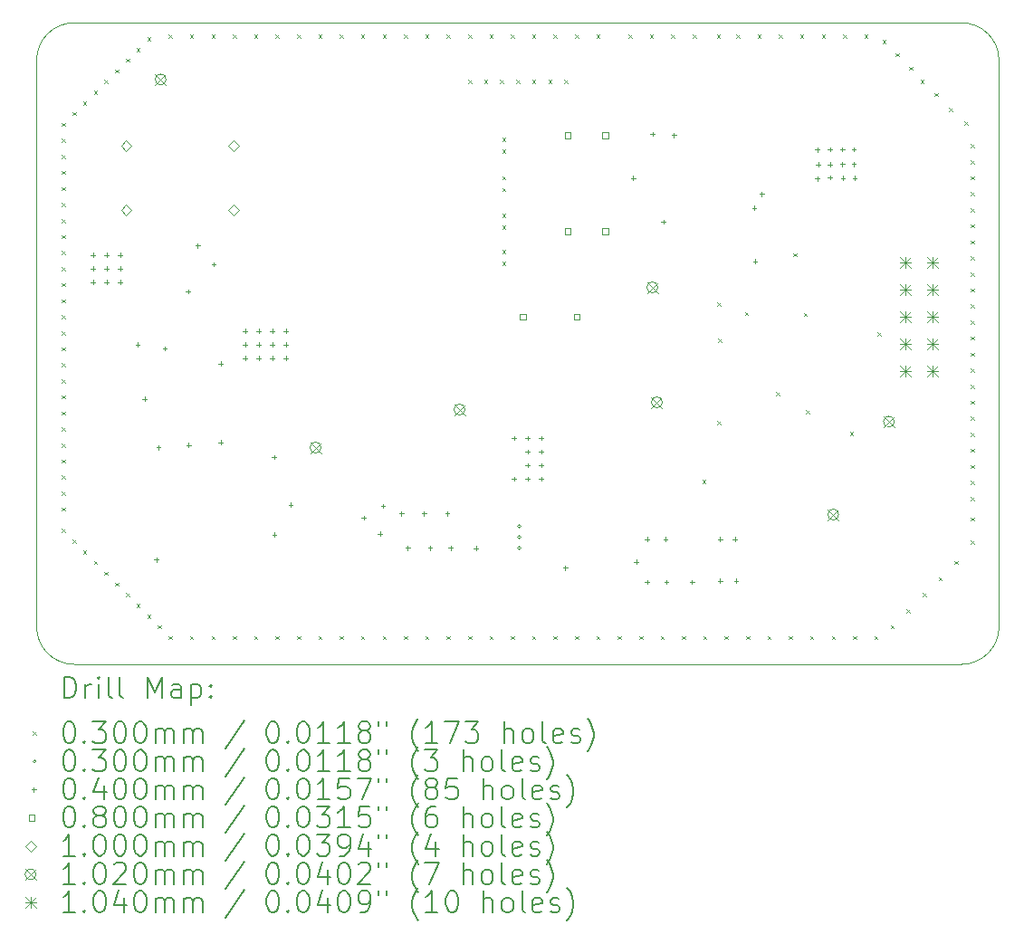
<source format=gbr>
%TF.GenerationSoftware,KiCad,Pcbnew,7.0.7*%
%TF.CreationDate,2023-09-15T22:31:14+02:00*%
%TF.ProjectId,Nixie PSU,4e697869-6520-4505-9355-2e6b69636164,rev?*%
%TF.SameCoordinates,Original*%
%TF.FileFunction,Drillmap*%
%TF.FilePolarity,Positive*%
%FSLAX45Y45*%
G04 Gerber Fmt 4.5, Leading zero omitted, Abs format (unit mm)*
G04 Created by KiCad (PCBNEW 7.0.7) date 2023-09-15 22:31:14*
%MOMM*%
%LPD*%
G01*
G04 APERTURE LIST*
%ADD10C,0.100000*%
%ADD11C,0.200000*%
%ADD12C,0.030000*%
%ADD13C,0.040000*%
%ADD14C,0.080000*%
%ADD15C,0.102000*%
%ADD16C,0.104000*%
G04 APERTURE END LIST*
D10*
X19650000Y-5800000D02*
X19650000Y-11100000D01*
X11000000Y-11450000D02*
X19300000Y-11450000D01*
X19300000Y-11450000D02*
G75*
G03*
X19650000Y-11100000I0J350000D01*
G01*
X11000000Y-5450000D02*
G75*
G03*
X10650000Y-5800000I0J-350000D01*
G01*
X10650000Y-11100000D02*
G75*
G03*
X11000000Y-11450000I350000J0D01*
G01*
X19650000Y-5800000D02*
G75*
G03*
X19300000Y-5450000I-350000J0D01*
G01*
X10650000Y-5800000D02*
X10650000Y-11100000D01*
X11000000Y-5450000D02*
X19300000Y-5450000D01*
D11*
D12*
X10885000Y-6385000D02*
X10915000Y-6415000D01*
X10915000Y-6385000D02*
X10885000Y-6415000D01*
X10885000Y-6535000D02*
X10915000Y-6565000D01*
X10915000Y-6535000D02*
X10885000Y-6565000D01*
X10885000Y-6685000D02*
X10915000Y-6715000D01*
X10915000Y-6685000D02*
X10885000Y-6715000D01*
X10885000Y-6835000D02*
X10915000Y-6865000D01*
X10915000Y-6835000D02*
X10885000Y-6865000D01*
X10885000Y-6985000D02*
X10915000Y-7015000D01*
X10915000Y-6985000D02*
X10885000Y-7015000D01*
X10885000Y-7135000D02*
X10915000Y-7165000D01*
X10915000Y-7135000D02*
X10885000Y-7165000D01*
X10885000Y-7285000D02*
X10915000Y-7315000D01*
X10915000Y-7285000D02*
X10885000Y-7315000D01*
X10885000Y-7435000D02*
X10915000Y-7465000D01*
X10915000Y-7435000D02*
X10885000Y-7465000D01*
X10885000Y-7585000D02*
X10915000Y-7615000D01*
X10915000Y-7585000D02*
X10885000Y-7615000D01*
X10885000Y-7735000D02*
X10915000Y-7765000D01*
X10915000Y-7735000D02*
X10885000Y-7765000D01*
X10885000Y-7885000D02*
X10915000Y-7915000D01*
X10915000Y-7885000D02*
X10885000Y-7915000D01*
X10885000Y-8035000D02*
X10915000Y-8065000D01*
X10915000Y-8035000D02*
X10885000Y-8065000D01*
X10885000Y-8185000D02*
X10915000Y-8215000D01*
X10915000Y-8185000D02*
X10885000Y-8215000D01*
X10885000Y-8335000D02*
X10915000Y-8365000D01*
X10915000Y-8335000D02*
X10885000Y-8365000D01*
X10885000Y-8485000D02*
X10915000Y-8515000D01*
X10915000Y-8485000D02*
X10885000Y-8515000D01*
X10885000Y-8635000D02*
X10915000Y-8665000D01*
X10915000Y-8635000D02*
X10885000Y-8665000D01*
X10885000Y-8785000D02*
X10915000Y-8815000D01*
X10915000Y-8785000D02*
X10885000Y-8815000D01*
X10885000Y-8935000D02*
X10915000Y-8965000D01*
X10915000Y-8935000D02*
X10885000Y-8965000D01*
X10885000Y-9085000D02*
X10915000Y-9115000D01*
X10915000Y-9085000D02*
X10885000Y-9115000D01*
X10885000Y-9235000D02*
X10915000Y-9265000D01*
X10915000Y-9235000D02*
X10885000Y-9265000D01*
X10885000Y-9385000D02*
X10915000Y-9415000D01*
X10915000Y-9385000D02*
X10885000Y-9415000D01*
X10885000Y-9535000D02*
X10915000Y-9565000D01*
X10915000Y-9535000D02*
X10885000Y-9565000D01*
X10885000Y-9685000D02*
X10915000Y-9715000D01*
X10915000Y-9685000D02*
X10885000Y-9715000D01*
X10885000Y-9835000D02*
X10915000Y-9865000D01*
X10915000Y-9835000D02*
X10885000Y-9865000D01*
X10885000Y-9985000D02*
X10915000Y-10015000D01*
X10915000Y-9985000D02*
X10885000Y-10015000D01*
X10885000Y-10185000D02*
X10915000Y-10215000D01*
X10915000Y-10185000D02*
X10885000Y-10215000D01*
X10985000Y-6285000D02*
X11015000Y-6315000D01*
X11015000Y-6285000D02*
X10985000Y-6315000D01*
X10985000Y-10285000D02*
X11015000Y-10315000D01*
X11015000Y-10285000D02*
X10985000Y-10315000D01*
X11085000Y-6185000D02*
X11115000Y-6215000D01*
X11115000Y-6185000D02*
X11085000Y-6215000D01*
X11085000Y-10385000D02*
X11115000Y-10415000D01*
X11115000Y-10385000D02*
X11085000Y-10415000D01*
X11185000Y-6085000D02*
X11215000Y-6115000D01*
X11215000Y-6085000D02*
X11185000Y-6115000D01*
X11185000Y-10485000D02*
X11215000Y-10515000D01*
X11215000Y-10485000D02*
X11185000Y-10515000D01*
X11285000Y-5985000D02*
X11315000Y-6015000D01*
X11315000Y-5985000D02*
X11285000Y-6015000D01*
X11285000Y-10585000D02*
X11315000Y-10615000D01*
X11315000Y-10585000D02*
X11285000Y-10615000D01*
X11385000Y-5885000D02*
X11415000Y-5915000D01*
X11415000Y-5885000D02*
X11385000Y-5915000D01*
X11385000Y-10685000D02*
X11415000Y-10715000D01*
X11415000Y-10685000D02*
X11385000Y-10715000D01*
X11485000Y-5785000D02*
X11515000Y-5815000D01*
X11515000Y-5785000D02*
X11485000Y-5815000D01*
X11485000Y-10785000D02*
X11515000Y-10815000D01*
X11515000Y-10785000D02*
X11485000Y-10815000D01*
X11585000Y-5685000D02*
X11615000Y-5715000D01*
X11615000Y-5685000D02*
X11585000Y-5715000D01*
X11585000Y-10885000D02*
X11615000Y-10915000D01*
X11615000Y-10885000D02*
X11585000Y-10915000D01*
X11685000Y-5585000D02*
X11715000Y-5615000D01*
X11715000Y-5585000D02*
X11685000Y-5615000D01*
X11685000Y-10985000D02*
X11715000Y-11015000D01*
X11715000Y-10985000D02*
X11685000Y-11015000D01*
X11785000Y-11085000D02*
X11815000Y-11115000D01*
X11815000Y-11085000D02*
X11785000Y-11115000D01*
X11885000Y-5560000D02*
X11915000Y-5590000D01*
X11915000Y-5560000D02*
X11885000Y-5590000D01*
X11885000Y-11185000D02*
X11915000Y-11215000D01*
X11915000Y-11185000D02*
X11885000Y-11215000D01*
X12085000Y-5560000D02*
X12115000Y-5590000D01*
X12115000Y-5560000D02*
X12085000Y-5590000D01*
X12085000Y-11185000D02*
X12115000Y-11215000D01*
X12115000Y-11185000D02*
X12085000Y-11215000D01*
X12285000Y-5560000D02*
X12315000Y-5590000D01*
X12315000Y-5560000D02*
X12285000Y-5590000D01*
X12285000Y-11185000D02*
X12315000Y-11215000D01*
X12315000Y-11185000D02*
X12285000Y-11215000D01*
X12485000Y-5560000D02*
X12515000Y-5590000D01*
X12515000Y-5560000D02*
X12485000Y-5590000D01*
X12485000Y-11185000D02*
X12515000Y-11215000D01*
X12515000Y-11185000D02*
X12485000Y-11215000D01*
X12685000Y-5560000D02*
X12715000Y-5590000D01*
X12715000Y-5560000D02*
X12685000Y-5590000D01*
X12685000Y-11185000D02*
X12715000Y-11215000D01*
X12715000Y-11185000D02*
X12685000Y-11215000D01*
X12885000Y-5560000D02*
X12915000Y-5590000D01*
X12915000Y-5560000D02*
X12885000Y-5590000D01*
X12885000Y-11185000D02*
X12915000Y-11215000D01*
X12915000Y-11185000D02*
X12885000Y-11215000D01*
X13085000Y-5560000D02*
X13115000Y-5590000D01*
X13115000Y-5560000D02*
X13085000Y-5590000D01*
X13085000Y-11185000D02*
X13115000Y-11215000D01*
X13115000Y-11185000D02*
X13085000Y-11215000D01*
X13285000Y-5560000D02*
X13315000Y-5590000D01*
X13315000Y-5560000D02*
X13285000Y-5590000D01*
X13285000Y-11185000D02*
X13315000Y-11215000D01*
X13315000Y-11185000D02*
X13285000Y-11215000D01*
X13485000Y-5560000D02*
X13515000Y-5590000D01*
X13515000Y-5560000D02*
X13485000Y-5590000D01*
X13485000Y-11185000D02*
X13515000Y-11215000D01*
X13515000Y-11185000D02*
X13485000Y-11215000D01*
X13685000Y-5560000D02*
X13715000Y-5590000D01*
X13715000Y-5560000D02*
X13685000Y-5590000D01*
X13685000Y-11185000D02*
X13715000Y-11215000D01*
X13715000Y-11185000D02*
X13685000Y-11215000D01*
X13885000Y-5560000D02*
X13915000Y-5590000D01*
X13915000Y-5560000D02*
X13885000Y-5590000D01*
X13885000Y-11185000D02*
X13915000Y-11215000D01*
X13915000Y-11185000D02*
X13885000Y-11215000D01*
X14085000Y-5560000D02*
X14115000Y-5590000D01*
X14115000Y-5560000D02*
X14085000Y-5590000D01*
X14085000Y-11185000D02*
X14115000Y-11215000D01*
X14115000Y-11185000D02*
X14085000Y-11215000D01*
X14285000Y-5560000D02*
X14315000Y-5590000D01*
X14315000Y-5560000D02*
X14285000Y-5590000D01*
X14285000Y-11185000D02*
X14315000Y-11215000D01*
X14315000Y-11185000D02*
X14285000Y-11215000D01*
X14485000Y-5560000D02*
X14515000Y-5590000D01*
X14515000Y-5560000D02*
X14485000Y-5590000D01*
X14485000Y-11185000D02*
X14515000Y-11215000D01*
X14515000Y-11185000D02*
X14485000Y-11215000D01*
X14685000Y-5560000D02*
X14715000Y-5590000D01*
X14715000Y-5560000D02*
X14685000Y-5590000D01*
X14685000Y-5985000D02*
X14715000Y-6015000D01*
X14715000Y-5985000D02*
X14685000Y-6015000D01*
X14685000Y-11185000D02*
X14715000Y-11215000D01*
X14715000Y-11185000D02*
X14685000Y-11215000D01*
X14835000Y-5985000D02*
X14865000Y-6015000D01*
X14865000Y-5985000D02*
X14835000Y-6015000D01*
X14885000Y-5560000D02*
X14915000Y-5590000D01*
X14915000Y-5560000D02*
X14885000Y-5590000D01*
X14885000Y-11185000D02*
X14915000Y-11215000D01*
X14915000Y-11185000D02*
X14885000Y-11215000D01*
X14985000Y-5985000D02*
X15015000Y-6015000D01*
X15015000Y-5985000D02*
X14985000Y-6015000D01*
X15005000Y-6525000D02*
X15035000Y-6555000D01*
X15035000Y-6525000D02*
X15005000Y-6555000D01*
X15005000Y-6635000D02*
X15035000Y-6665000D01*
X15035000Y-6635000D02*
X15005000Y-6665000D01*
X15005000Y-6885000D02*
X15035000Y-6915000D01*
X15035000Y-6885000D02*
X15005000Y-6915000D01*
X15005000Y-6995000D02*
X15035000Y-7025000D01*
X15035000Y-6995000D02*
X15005000Y-7025000D01*
X15005000Y-7235000D02*
X15035000Y-7265000D01*
X15035000Y-7235000D02*
X15005000Y-7265000D01*
X15005000Y-7345000D02*
X15035000Y-7375000D01*
X15035000Y-7345000D02*
X15005000Y-7375000D01*
X15005000Y-7575000D02*
X15035000Y-7605000D01*
X15035000Y-7575000D02*
X15005000Y-7605000D01*
X15005000Y-7685000D02*
X15035000Y-7715000D01*
X15035000Y-7685000D02*
X15005000Y-7715000D01*
X15085000Y-5560000D02*
X15115000Y-5590000D01*
X15115000Y-5560000D02*
X15085000Y-5590000D01*
X15085000Y-11185000D02*
X15115000Y-11215000D01*
X15115000Y-11185000D02*
X15085000Y-11215000D01*
X15135000Y-5985000D02*
X15165000Y-6015000D01*
X15165000Y-5985000D02*
X15135000Y-6015000D01*
X15285000Y-5560000D02*
X15315000Y-5590000D01*
X15315000Y-5560000D02*
X15285000Y-5590000D01*
X15285000Y-5985000D02*
X15315000Y-6015000D01*
X15315000Y-5985000D02*
X15285000Y-6015000D01*
X15285000Y-11185000D02*
X15315000Y-11215000D01*
X15315000Y-11185000D02*
X15285000Y-11215000D01*
X15435000Y-5985000D02*
X15465000Y-6015000D01*
X15465000Y-5985000D02*
X15435000Y-6015000D01*
X15485000Y-5560000D02*
X15515000Y-5590000D01*
X15515000Y-5560000D02*
X15485000Y-5590000D01*
X15485000Y-11185000D02*
X15515000Y-11215000D01*
X15515000Y-11185000D02*
X15485000Y-11215000D01*
X15585000Y-5985000D02*
X15615000Y-6015000D01*
X15615000Y-5985000D02*
X15585000Y-6015000D01*
X15685000Y-5560000D02*
X15715000Y-5590000D01*
X15715000Y-5560000D02*
X15685000Y-5590000D01*
X15685000Y-11185000D02*
X15715000Y-11215000D01*
X15715000Y-11185000D02*
X15685000Y-11215000D01*
X15885000Y-5560000D02*
X15915000Y-5590000D01*
X15915000Y-5560000D02*
X15885000Y-5590000D01*
X15885000Y-11185000D02*
X15915000Y-11215000D01*
X15915000Y-11185000D02*
X15885000Y-11215000D01*
X16085000Y-11185000D02*
X16115000Y-11215000D01*
X16115000Y-11185000D02*
X16085000Y-11215000D01*
X16185000Y-5560000D02*
X16215000Y-5590000D01*
X16215000Y-5560000D02*
X16185000Y-5590000D01*
X16285000Y-11185000D02*
X16315000Y-11215000D01*
X16315000Y-11185000D02*
X16285000Y-11215000D01*
X16385000Y-5560000D02*
X16415000Y-5590000D01*
X16415000Y-5560000D02*
X16385000Y-5590000D01*
X16485000Y-11185000D02*
X16515000Y-11215000D01*
X16515000Y-11185000D02*
X16485000Y-11215000D01*
X16585000Y-5560000D02*
X16615000Y-5590000D01*
X16615000Y-5560000D02*
X16585000Y-5590000D01*
X16685000Y-11185000D02*
X16715000Y-11215000D01*
X16715000Y-11185000D02*
X16685000Y-11215000D01*
X16785000Y-5560000D02*
X16815000Y-5590000D01*
X16815000Y-5560000D02*
X16785000Y-5590000D01*
X16875000Y-9725000D02*
X16905000Y-9755000D01*
X16905000Y-9725000D02*
X16875000Y-9755000D01*
X16885000Y-11185000D02*
X16915000Y-11215000D01*
X16915000Y-11185000D02*
X16885000Y-11215000D01*
X17010000Y-5560000D02*
X17040000Y-5590000D01*
X17040000Y-5560000D02*
X17010000Y-5590000D01*
X17015000Y-8065000D02*
X17045000Y-8095000D01*
X17045000Y-8065000D02*
X17015000Y-8095000D01*
X17015000Y-9175000D02*
X17045000Y-9205000D01*
X17045000Y-9175000D02*
X17015000Y-9205000D01*
X17025000Y-8405000D02*
X17055000Y-8435000D01*
X17055000Y-8405000D02*
X17025000Y-8435000D01*
X17085000Y-11185000D02*
X17115000Y-11215000D01*
X17115000Y-11185000D02*
X17085000Y-11215000D01*
X17191400Y-5559600D02*
X17221400Y-5589600D01*
X17221400Y-5559600D02*
X17191400Y-5589600D01*
X17275000Y-8155000D02*
X17305000Y-8185000D01*
X17305000Y-8155000D02*
X17275000Y-8185000D01*
X17285000Y-11185000D02*
X17315000Y-11215000D01*
X17315000Y-11185000D02*
X17285000Y-11215000D01*
X17391400Y-5559600D02*
X17421400Y-5589600D01*
X17421400Y-5559600D02*
X17391400Y-5589600D01*
X17485000Y-11185000D02*
X17515000Y-11215000D01*
X17515000Y-11185000D02*
X17485000Y-11215000D01*
X17565000Y-8905000D02*
X17595000Y-8935000D01*
X17595000Y-8905000D02*
X17565000Y-8935000D01*
X17591400Y-5559600D02*
X17621400Y-5589600D01*
X17621400Y-5559600D02*
X17591400Y-5589600D01*
X17685000Y-11185000D02*
X17715000Y-11215000D01*
X17715000Y-11185000D02*
X17685000Y-11215000D01*
X17725000Y-7605000D02*
X17755000Y-7635000D01*
X17755000Y-7605000D02*
X17725000Y-7635000D01*
X17791400Y-5559600D02*
X17821400Y-5589600D01*
X17821400Y-5559600D02*
X17791400Y-5589600D01*
X17825000Y-8165000D02*
X17855000Y-8195000D01*
X17855000Y-8165000D02*
X17825000Y-8195000D01*
X17845000Y-9075000D02*
X17875000Y-9105000D01*
X17875000Y-9075000D02*
X17845000Y-9105000D01*
X17885000Y-11185000D02*
X17915000Y-11215000D01*
X17915000Y-11185000D02*
X17885000Y-11215000D01*
X17991400Y-5559600D02*
X18021400Y-5589600D01*
X18021400Y-5559600D02*
X17991400Y-5589600D01*
X18085000Y-11185000D02*
X18115000Y-11215000D01*
X18115000Y-11185000D02*
X18085000Y-11215000D01*
X18191400Y-5559600D02*
X18221400Y-5589600D01*
X18221400Y-5559600D02*
X18191400Y-5589600D01*
X18255000Y-9275000D02*
X18285000Y-9305000D01*
X18285000Y-9275000D02*
X18255000Y-9305000D01*
X18285000Y-11185000D02*
X18315000Y-11215000D01*
X18315000Y-11185000D02*
X18285000Y-11215000D01*
X18391400Y-5559600D02*
X18421400Y-5589600D01*
X18421400Y-5559600D02*
X18391400Y-5589600D01*
X18485000Y-11185000D02*
X18515000Y-11215000D01*
X18515000Y-11185000D02*
X18485000Y-11215000D01*
X18515000Y-8345000D02*
X18545000Y-8375000D01*
X18545000Y-8345000D02*
X18515000Y-8375000D01*
X18560000Y-5610000D02*
X18590000Y-5640000D01*
X18590000Y-5610000D02*
X18560000Y-5640000D01*
X18635000Y-11085000D02*
X18665000Y-11115000D01*
X18665000Y-11085000D02*
X18635000Y-11115000D01*
X18685000Y-5735000D02*
X18715000Y-5765000D01*
X18715000Y-5735000D02*
X18685000Y-5765000D01*
X18785000Y-10935000D02*
X18815000Y-10965000D01*
X18815000Y-10935000D02*
X18785000Y-10965000D01*
X18810000Y-5860000D02*
X18840000Y-5890000D01*
X18840000Y-5860000D02*
X18810000Y-5890000D01*
X18915000Y-5985000D02*
X18945000Y-6015000D01*
X18945000Y-5985000D02*
X18915000Y-6015000D01*
X18935000Y-10785000D02*
X18965000Y-10815000D01*
X18965000Y-10785000D02*
X18935000Y-10815000D01*
X19045000Y-6105000D02*
X19075000Y-6135000D01*
X19075000Y-6105000D02*
X19045000Y-6135000D01*
X19085000Y-10635000D02*
X19115000Y-10665000D01*
X19115000Y-10635000D02*
X19085000Y-10665000D01*
X19185000Y-6245000D02*
X19215000Y-6275000D01*
X19215000Y-6245000D02*
X19185000Y-6275000D01*
X19235000Y-10485000D02*
X19265000Y-10515000D01*
X19265000Y-10485000D02*
X19235000Y-10515000D01*
X19325000Y-6375000D02*
X19355000Y-6405000D01*
X19355000Y-6375000D02*
X19325000Y-6405000D01*
X19385000Y-6585000D02*
X19415000Y-6615000D01*
X19415000Y-6585000D02*
X19385000Y-6615000D01*
X19385000Y-6735000D02*
X19415000Y-6765000D01*
X19415000Y-6735000D02*
X19385000Y-6765000D01*
X19385000Y-6885000D02*
X19415000Y-6915000D01*
X19415000Y-6885000D02*
X19385000Y-6915000D01*
X19385000Y-7035000D02*
X19415000Y-7065000D01*
X19415000Y-7035000D02*
X19385000Y-7065000D01*
X19385000Y-7185000D02*
X19415000Y-7215000D01*
X19415000Y-7185000D02*
X19385000Y-7215000D01*
X19385000Y-7335000D02*
X19415000Y-7365000D01*
X19415000Y-7335000D02*
X19385000Y-7365000D01*
X19385000Y-7485000D02*
X19415000Y-7515000D01*
X19415000Y-7485000D02*
X19385000Y-7515000D01*
X19385000Y-7635000D02*
X19415000Y-7665000D01*
X19415000Y-7635000D02*
X19385000Y-7665000D01*
X19385000Y-7785000D02*
X19415000Y-7815000D01*
X19415000Y-7785000D02*
X19385000Y-7815000D01*
X19385000Y-7935000D02*
X19415000Y-7965000D01*
X19415000Y-7935000D02*
X19385000Y-7965000D01*
X19385000Y-8085000D02*
X19415000Y-8115000D01*
X19415000Y-8085000D02*
X19385000Y-8115000D01*
X19385000Y-8235000D02*
X19415000Y-8265000D01*
X19415000Y-8235000D02*
X19385000Y-8265000D01*
X19385000Y-8385000D02*
X19415000Y-8415000D01*
X19415000Y-8385000D02*
X19385000Y-8415000D01*
X19385000Y-8535000D02*
X19415000Y-8565000D01*
X19415000Y-8535000D02*
X19385000Y-8565000D01*
X19385000Y-8685000D02*
X19415000Y-8715000D01*
X19415000Y-8685000D02*
X19385000Y-8715000D01*
X19385000Y-8835000D02*
X19415000Y-8865000D01*
X19415000Y-8835000D02*
X19385000Y-8865000D01*
X19385000Y-8985000D02*
X19415000Y-9015000D01*
X19415000Y-8985000D02*
X19385000Y-9015000D01*
X19385000Y-9135000D02*
X19415000Y-9165000D01*
X19415000Y-9135000D02*
X19385000Y-9165000D01*
X19385000Y-9285000D02*
X19415000Y-9315000D01*
X19415000Y-9285000D02*
X19385000Y-9315000D01*
X19385000Y-9435000D02*
X19415000Y-9465000D01*
X19415000Y-9435000D02*
X19385000Y-9465000D01*
X19385000Y-9585000D02*
X19415000Y-9615000D01*
X19415000Y-9585000D02*
X19385000Y-9615000D01*
X19385000Y-9735000D02*
X19415000Y-9765000D01*
X19415000Y-9735000D02*
X19385000Y-9765000D01*
X19385000Y-9885000D02*
X19415000Y-9915000D01*
X19415000Y-9885000D02*
X19385000Y-9915000D01*
X19385000Y-10075000D02*
X19415000Y-10105000D01*
X19415000Y-10075000D02*
X19385000Y-10105000D01*
X19385000Y-10295000D02*
X19415000Y-10325000D01*
X19415000Y-10295000D02*
X19385000Y-10325000D01*
X15178800Y-10160000D02*
G75*
G03*
X15178800Y-10160000I-15000J0D01*
G01*
X15178800Y-10261600D02*
G75*
G03*
X15178800Y-10261600I-15000J0D01*
G01*
X15178800Y-10363200D02*
G75*
G03*
X15178800Y-10363200I-15000J0D01*
G01*
D13*
X11176000Y-7600000D02*
X11176000Y-7640000D01*
X11156000Y-7620000D02*
X11196000Y-7620000D01*
X11176000Y-7727000D02*
X11176000Y-7767000D01*
X11156000Y-7747000D02*
X11196000Y-7747000D01*
X11176000Y-7854000D02*
X11176000Y-7894000D01*
X11156000Y-7874000D02*
X11196000Y-7874000D01*
X11303000Y-7600000D02*
X11303000Y-7640000D01*
X11283000Y-7620000D02*
X11323000Y-7620000D01*
X11303000Y-7727000D02*
X11303000Y-7767000D01*
X11283000Y-7747000D02*
X11323000Y-7747000D01*
X11303000Y-7854000D02*
X11303000Y-7894000D01*
X11283000Y-7874000D02*
X11323000Y-7874000D01*
X11430000Y-7600000D02*
X11430000Y-7640000D01*
X11410000Y-7620000D02*
X11450000Y-7620000D01*
X11430000Y-7727000D02*
X11430000Y-7767000D01*
X11410000Y-7747000D02*
X11450000Y-7747000D01*
X11430000Y-7854000D02*
X11430000Y-7894000D01*
X11410000Y-7874000D02*
X11450000Y-7874000D01*
X11595100Y-8438200D02*
X11595100Y-8478200D01*
X11575100Y-8458200D02*
X11615100Y-8458200D01*
X11658600Y-8946200D02*
X11658600Y-8986200D01*
X11638600Y-8966200D02*
X11678600Y-8966200D01*
X11770360Y-10449880D02*
X11770360Y-10489880D01*
X11750360Y-10469880D02*
X11790360Y-10469880D01*
X11790000Y-9400000D02*
X11790000Y-9440000D01*
X11770000Y-9420000D02*
X11810000Y-9420000D01*
X11849100Y-8476300D02*
X11849100Y-8516300D01*
X11829100Y-8496300D02*
X11869100Y-8496300D01*
X12065000Y-7942900D02*
X12065000Y-7982900D01*
X12045000Y-7962900D02*
X12085000Y-7962900D01*
X12070000Y-9380000D02*
X12070000Y-9420000D01*
X12050000Y-9400000D02*
X12090000Y-9400000D01*
X12156250Y-7513450D02*
X12156250Y-7553450D01*
X12136250Y-7533450D02*
X12176250Y-7533450D01*
X12306300Y-7688900D02*
X12306300Y-7728900D01*
X12286300Y-7708900D02*
X12326300Y-7708900D01*
X12369800Y-8616000D02*
X12369800Y-8656000D01*
X12349800Y-8636000D02*
X12389800Y-8636000D01*
X12369800Y-9352600D02*
X12369800Y-9392600D01*
X12349800Y-9372600D02*
X12389800Y-9372600D01*
X12598400Y-8311200D02*
X12598400Y-8351200D01*
X12578400Y-8331200D02*
X12618400Y-8331200D01*
X12598400Y-8438200D02*
X12598400Y-8478200D01*
X12578400Y-8458200D02*
X12618400Y-8458200D01*
X12598400Y-8565200D02*
X12598400Y-8605200D01*
X12578400Y-8585200D02*
X12618400Y-8585200D01*
X12725400Y-8311200D02*
X12725400Y-8351200D01*
X12705400Y-8331200D02*
X12745400Y-8331200D01*
X12725400Y-8438200D02*
X12725400Y-8478200D01*
X12705400Y-8458200D02*
X12745400Y-8458200D01*
X12725400Y-8565200D02*
X12725400Y-8605200D01*
X12705400Y-8585200D02*
X12745400Y-8585200D01*
X12852400Y-8311200D02*
X12852400Y-8351200D01*
X12832400Y-8331200D02*
X12872400Y-8331200D01*
X12852400Y-8438200D02*
X12852400Y-8478200D01*
X12832400Y-8458200D02*
X12872400Y-8458200D01*
X12852400Y-8565200D02*
X12852400Y-8605200D01*
X12832400Y-8585200D02*
X12872400Y-8585200D01*
X12870180Y-9492300D02*
X12870180Y-9532300D01*
X12850180Y-9512300D02*
X12890180Y-9512300D01*
X12872720Y-10216200D02*
X12872720Y-10256200D01*
X12852720Y-10236200D02*
X12892720Y-10236200D01*
X12979400Y-8311200D02*
X12979400Y-8351200D01*
X12959400Y-8331200D02*
X12999400Y-8331200D01*
X12979400Y-8438200D02*
X12979400Y-8478200D01*
X12959400Y-8458200D02*
X12999400Y-8458200D01*
X12979400Y-8565200D02*
X12979400Y-8605200D01*
X12959400Y-8585200D02*
X12999400Y-8585200D01*
X13025120Y-9936800D02*
X13025120Y-9976800D01*
X13005120Y-9956800D02*
X13045120Y-9956800D01*
X13710000Y-10060000D02*
X13710000Y-10100000D01*
X13690000Y-10080000D02*
X13730000Y-10080000D01*
X13860000Y-10210000D02*
X13860000Y-10250000D01*
X13840000Y-10230000D02*
X13880000Y-10230000D01*
X13890000Y-9950000D02*
X13890000Y-9990000D01*
X13870000Y-9970000D02*
X13910000Y-9970000D01*
X14060000Y-10020000D02*
X14060000Y-10060000D01*
X14040000Y-10040000D02*
X14080000Y-10040000D01*
X14120000Y-10340000D02*
X14120000Y-10380000D01*
X14100000Y-10360000D02*
X14140000Y-10360000D01*
X14274129Y-10020000D02*
X14274129Y-10060000D01*
X14254129Y-10040000D02*
X14294129Y-10040000D01*
X14330000Y-10340000D02*
X14330000Y-10380000D01*
X14310000Y-10360000D02*
X14350000Y-10360000D01*
X14490000Y-10020000D02*
X14490000Y-10060000D01*
X14470000Y-10040000D02*
X14510000Y-10040000D01*
X14520000Y-10340000D02*
X14520000Y-10380000D01*
X14500000Y-10360000D02*
X14540000Y-10360000D01*
X14757400Y-10343200D02*
X14757400Y-10383200D01*
X14737400Y-10363200D02*
X14777400Y-10363200D01*
X15113000Y-9314500D02*
X15113000Y-9354500D01*
X15093000Y-9334500D02*
X15133000Y-9334500D01*
X15113000Y-9695500D02*
X15113000Y-9735500D01*
X15093000Y-9715500D02*
X15133000Y-9715500D01*
X15240000Y-9314500D02*
X15240000Y-9354500D01*
X15220000Y-9334500D02*
X15260000Y-9334500D01*
X15240000Y-9441500D02*
X15240000Y-9481500D01*
X15220000Y-9461500D02*
X15260000Y-9461500D01*
X15240000Y-9568500D02*
X15240000Y-9608500D01*
X15220000Y-9588500D02*
X15260000Y-9588500D01*
X15240000Y-9695500D02*
X15240000Y-9735500D01*
X15220000Y-9715500D02*
X15260000Y-9715500D01*
X15367000Y-9314500D02*
X15367000Y-9354500D01*
X15347000Y-9334500D02*
X15387000Y-9334500D01*
X15367000Y-9441500D02*
X15367000Y-9481500D01*
X15347000Y-9461500D02*
X15387000Y-9461500D01*
X15367000Y-9568500D02*
X15367000Y-9608500D01*
X15347000Y-9588500D02*
X15387000Y-9588500D01*
X15367000Y-9695500D02*
X15367000Y-9735500D01*
X15347000Y-9715500D02*
X15387000Y-9715500D01*
X15593060Y-10526080D02*
X15593060Y-10566080D01*
X15573060Y-10546080D02*
X15613060Y-10546080D01*
X16230000Y-6880000D02*
X16230000Y-6920000D01*
X16210000Y-6900000D02*
X16250000Y-6900000D01*
X16256000Y-10470200D02*
X16256000Y-10510200D01*
X16236000Y-10490200D02*
X16276000Y-10490200D01*
X16360000Y-10260000D02*
X16360000Y-10300000D01*
X16340000Y-10280000D02*
X16380000Y-10280000D01*
X16360000Y-10660000D02*
X16360000Y-10700000D01*
X16340000Y-10680000D02*
X16380000Y-10680000D01*
X16410000Y-6470000D02*
X16410000Y-6510000D01*
X16390000Y-6490000D02*
X16430000Y-6490000D01*
X16510000Y-7290000D02*
X16510000Y-7330000D01*
X16490000Y-7310000D02*
X16530000Y-7310000D01*
X16530000Y-10260000D02*
X16530000Y-10300000D01*
X16510000Y-10280000D02*
X16550000Y-10280000D01*
X16540000Y-10660000D02*
X16540000Y-10700000D01*
X16520000Y-10680000D02*
X16560000Y-10680000D01*
X16610000Y-6480000D02*
X16610000Y-6520000D01*
X16590000Y-6500000D02*
X16630000Y-6500000D01*
X16780000Y-10660000D02*
X16780000Y-10700000D01*
X16760000Y-10680000D02*
X16800000Y-10680000D01*
X17040000Y-10260000D02*
X17040000Y-10300000D01*
X17020000Y-10280000D02*
X17060000Y-10280000D01*
X17040000Y-10650000D02*
X17040000Y-10690000D01*
X17020000Y-10670000D02*
X17060000Y-10670000D01*
X17180000Y-10260000D02*
X17180000Y-10300000D01*
X17160000Y-10280000D02*
X17200000Y-10280000D01*
X17190000Y-10650000D02*
X17190000Y-10690000D01*
X17170000Y-10670000D02*
X17210000Y-10670000D01*
X17360000Y-7160000D02*
X17360000Y-7200000D01*
X17340000Y-7180000D02*
X17380000Y-7180000D01*
X17370000Y-7660000D02*
X17370000Y-7700000D01*
X17350000Y-7680000D02*
X17390000Y-7680000D01*
X17430000Y-7030000D02*
X17430000Y-7070000D01*
X17410000Y-7050000D02*
X17450000Y-7050000D01*
X17949160Y-6885780D02*
X17949160Y-6925780D01*
X17929160Y-6905780D02*
X17969160Y-6905780D01*
X17949480Y-6615840D02*
X17949480Y-6655840D01*
X17929480Y-6635840D02*
X17969480Y-6635840D01*
X17959640Y-6753000D02*
X17959640Y-6793000D01*
X17939640Y-6773000D02*
X17979640Y-6773000D01*
X18068860Y-6613300D02*
X18068860Y-6653300D01*
X18048860Y-6633300D02*
X18088860Y-6633300D01*
X18068860Y-6753000D02*
X18068860Y-6793000D01*
X18048860Y-6773000D02*
X18088860Y-6773000D01*
X18068860Y-6874920D02*
X18068860Y-6914920D01*
X18048860Y-6894920D02*
X18088860Y-6894920D01*
X18185700Y-6613300D02*
X18185700Y-6653300D01*
X18165700Y-6633300D02*
X18205700Y-6633300D01*
X18185700Y-6750460D02*
X18185700Y-6790460D01*
X18165700Y-6770460D02*
X18205700Y-6770460D01*
X18190780Y-6880000D02*
X18190780Y-6920000D01*
X18170780Y-6900000D02*
X18210780Y-6900000D01*
X18292380Y-6613300D02*
X18292380Y-6653300D01*
X18272380Y-6633300D02*
X18312380Y-6633300D01*
X18292380Y-6750460D02*
X18292380Y-6790460D01*
X18272380Y-6770460D02*
X18312380Y-6770460D01*
X18300000Y-6880000D02*
X18300000Y-6920000D01*
X18280000Y-6900000D02*
X18320000Y-6900000D01*
D14*
X15228284Y-8228284D02*
X15228284Y-8171715D01*
X15171715Y-8171715D01*
X15171715Y-8228284D01*
X15228284Y-8228284D01*
X15643550Y-6528284D02*
X15643550Y-6471715D01*
X15586981Y-6471715D01*
X15586981Y-6528284D01*
X15643550Y-6528284D01*
X15643550Y-7428284D02*
X15643550Y-7371715D01*
X15586981Y-7371715D01*
X15586981Y-7428284D01*
X15643550Y-7428284D01*
X15728284Y-8228284D02*
X15728284Y-8171715D01*
X15671715Y-8171715D01*
X15671715Y-8228284D01*
X15728284Y-8228284D01*
X15993550Y-6528284D02*
X15993550Y-6471715D01*
X15936981Y-6471715D01*
X15936981Y-6528284D01*
X15993550Y-6528284D01*
X15993550Y-7428284D02*
X15993550Y-7371715D01*
X15936981Y-7371715D01*
X15936981Y-7428284D01*
X15993550Y-7428284D01*
D10*
X11488800Y-6650000D02*
X11538800Y-6600000D01*
X11488800Y-6550000D01*
X11438800Y-6600000D01*
X11488800Y-6650000D01*
X11488800Y-7250900D02*
X11538800Y-7200900D01*
X11488800Y-7150900D01*
X11438800Y-7200900D01*
X11488800Y-7250900D01*
X12488800Y-6650000D02*
X12538800Y-6600000D01*
X12488800Y-6550000D01*
X12438800Y-6600000D01*
X12488800Y-6650000D01*
X12488800Y-7250900D02*
X12538800Y-7200900D01*
X12488800Y-7150900D01*
X12438800Y-7200900D01*
X12488800Y-7250900D01*
D15*
X11759000Y-5929000D02*
X11861000Y-6031000D01*
X11861000Y-5929000D02*
X11759000Y-6031000D01*
X11861000Y-5980000D02*
G75*
G03*
X11861000Y-5980000I-51000J0D01*
G01*
X13207800Y-9372400D02*
X13309800Y-9474400D01*
X13309800Y-9372400D02*
X13207800Y-9474400D01*
X13309800Y-9423400D02*
G75*
G03*
X13309800Y-9423400I-51000J0D01*
G01*
X14554000Y-9016800D02*
X14656000Y-9118800D01*
X14656000Y-9016800D02*
X14554000Y-9118800D01*
X14656000Y-9067800D02*
G75*
G03*
X14656000Y-9067800I-51000J0D01*
G01*
X16357400Y-7873800D02*
X16459400Y-7975800D01*
X16459400Y-7873800D02*
X16357400Y-7975800D01*
X16459400Y-7924800D02*
G75*
G03*
X16459400Y-7924800I-51000J0D01*
G01*
X16399000Y-8949000D02*
X16501000Y-9051000D01*
X16501000Y-8949000D02*
X16399000Y-9051000D01*
X16501000Y-9000000D02*
G75*
G03*
X16501000Y-9000000I-51000J0D01*
G01*
X18049000Y-9999000D02*
X18151000Y-10101000D01*
X18151000Y-9999000D02*
X18049000Y-10101000D01*
X18151000Y-10050000D02*
G75*
G03*
X18151000Y-10050000I-51000J0D01*
G01*
X18569000Y-9129000D02*
X18671000Y-9231000D01*
X18671000Y-9129000D02*
X18569000Y-9231000D01*
X18671000Y-9180000D02*
G75*
G03*
X18671000Y-9180000I-51000J0D01*
G01*
D16*
X18721000Y-7640000D02*
X18825000Y-7744000D01*
X18825000Y-7640000D02*
X18721000Y-7744000D01*
X18773000Y-7640000D02*
X18773000Y-7744000D01*
X18721000Y-7692000D02*
X18825000Y-7692000D01*
X18721000Y-7894000D02*
X18825000Y-7998000D01*
X18825000Y-7894000D02*
X18721000Y-7998000D01*
X18773000Y-7894000D02*
X18773000Y-7998000D01*
X18721000Y-7946000D02*
X18825000Y-7946000D01*
X18721000Y-8148000D02*
X18825000Y-8252000D01*
X18825000Y-8148000D02*
X18721000Y-8252000D01*
X18773000Y-8148000D02*
X18773000Y-8252000D01*
X18721000Y-8200000D02*
X18825000Y-8200000D01*
X18721000Y-8402000D02*
X18825000Y-8506000D01*
X18825000Y-8402000D02*
X18721000Y-8506000D01*
X18773000Y-8402000D02*
X18773000Y-8506000D01*
X18721000Y-8454000D02*
X18825000Y-8454000D01*
X18721000Y-8656000D02*
X18825000Y-8760000D01*
X18825000Y-8656000D02*
X18721000Y-8760000D01*
X18773000Y-8656000D02*
X18773000Y-8760000D01*
X18721000Y-8708000D02*
X18825000Y-8708000D01*
X18975000Y-7640000D02*
X19079000Y-7744000D01*
X19079000Y-7640000D02*
X18975000Y-7744000D01*
X19027000Y-7640000D02*
X19027000Y-7744000D01*
X18975000Y-7692000D02*
X19079000Y-7692000D01*
X18975000Y-7894000D02*
X19079000Y-7998000D01*
X19079000Y-7894000D02*
X18975000Y-7998000D01*
X19027000Y-7894000D02*
X19027000Y-7998000D01*
X18975000Y-7946000D02*
X19079000Y-7946000D01*
X18975000Y-8148000D02*
X19079000Y-8252000D01*
X19079000Y-8148000D02*
X18975000Y-8252000D01*
X19027000Y-8148000D02*
X19027000Y-8252000D01*
X18975000Y-8200000D02*
X19079000Y-8200000D01*
X18975000Y-8402000D02*
X19079000Y-8506000D01*
X19079000Y-8402000D02*
X18975000Y-8506000D01*
X19027000Y-8402000D02*
X19027000Y-8506000D01*
X18975000Y-8454000D02*
X19079000Y-8454000D01*
X18975000Y-8656000D02*
X19079000Y-8760000D01*
X19079000Y-8656000D02*
X18975000Y-8760000D01*
X19027000Y-8656000D02*
X19027000Y-8760000D01*
X18975000Y-8708000D02*
X19079000Y-8708000D01*
D11*
X10905777Y-11766484D02*
X10905777Y-11566484D01*
X10905777Y-11566484D02*
X10953396Y-11566484D01*
X10953396Y-11566484D02*
X10981967Y-11576008D01*
X10981967Y-11576008D02*
X11001015Y-11595055D01*
X11001015Y-11595055D02*
X11010539Y-11614103D01*
X11010539Y-11614103D02*
X11020063Y-11652198D01*
X11020063Y-11652198D02*
X11020063Y-11680769D01*
X11020063Y-11680769D02*
X11010539Y-11718865D01*
X11010539Y-11718865D02*
X11001015Y-11737912D01*
X11001015Y-11737912D02*
X10981967Y-11756960D01*
X10981967Y-11756960D02*
X10953396Y-11766484D01*
X10953396Y-11766484D02*
X10905777Y-11766484D01*
X11105777Y-11766484D02*
X11105777Y-11633150D01*
X11105777Y-11671246D02*
X11115301Y-11652198D01*
X11115301Y-11652198D02*
X11124824Y-11642674D01*
X11124824Y-11642674D02*
X11143872Y-11633150D01*
X11143872Y-11633150D02*
X11162920Y-11633150D01*
X11229586Y-11766484D02*
X11229586Y-11633150D01*
X11229586Y-11566484D02*
X11220062Y-11576008D01*
X11220062Y-11576008D02*
X11229586Y-11585531D01*
X11229586Y-11585531D02*
X11239110Y-11576008D01*
X11239110Y-11576008D02*
X11229586Y-11566484D01*
X11229586Y-11566484D02*
X11229586Y-11585531D01*
X11353396Y-11766484D02*
X11334348Y-11756960D01*
X11334348Y-11756960D02*
X11324824Y-11737912D01*
X11324824Y-11737912D02*
X11324824Y-11566484D01*
X11458158Y-11766484D02*
X11439110Y-11756960D01*
X11439110Y-11756960D02*
X11429586Y-11737912D01*
X11429586Y-11737912D02*
X11429586Y-11566484D01*
X11686729Y-11766484D02*
X11686729Y-11566484D01*
X11686729Y-11566484D02*
X11753396Y-11709341D01*
X11753396Y-11709341D02*
X11820062Y-11566484D01*
X11820062Y-11566484D02*
X11820062Y-11766484D01*
X12001015Y-11766484D02*
X12001015Y-11661722D01*
X12001015Y-11661722D02*
X11991491Y-11642674D01*
X11991491Y-11642674D02*
X11972443Y-11633150D01*
X11972443Y-11633150D02*
X11934348Y-11633150D01*
X11934348Y-11633150D02*
X11915301Y-11642674D01*
X12001015Y-11756960D02*
X11981967Y-11766484D01*
X11981967Y-11766484D02*
X11934348Y-11766484D01*
X11934348Y-11766484D02*
X11915301Y-11756960D01*
X11915301Y-11756960D02*
X11905777Y-11737912D01*
X11905777Y-11737912D02*
X11905777Y-11718865D01*
X11905777Y-11718865D02*
X11915301Y-11699817D01*
X11915301Y-11699817D02*
X11934348Y-11690293D01*
X11934348Y-11690293D02*
X11981967Y-11690293D01*
X11981967Y-11690293D02*
X12001015Y-11680769D01*
X12096253Y-11633150D02*
X12096253Y-11833150D01*
X12096253Y-11642674D02*
X12115301Y-11633150D01*
X12115301Y-11633150D02*
X12153396Y-11633150D01*
X12153396Y-11633150D02*
X12172443Y-11642674D01*
X12172443Y-11642674D02*
X12181967Y-11652198D01*
X12181967Y-11652198D02*
X12191491Y-11671246D01*
X12191491Y-11671246D02*
X12191491Y-11728388D01*
X12191491Y-11728388D02*
X12181967Y-11747436D01*
X12181967Y-11747436D02*
X12172443Y-11756960D01*
X12172443Y-11756960D02*
X12153396Y-11766484D01*
X12153396Y-11766484D02*
X12115301Y-11766484D01*
X12115301Y-11766484D02*
X12096253Y-11756960D01*
X12277205Y-11747436D02*
X12286729Y-11756960D01*
X12286729Y-11756960D02*
X12277205Y-11766484D01*
X12277205Y-11766484D02*
X12267682Y-11756960D01*
X12267682Y-11756960D02*
X12277205Y-11747436D01*
X12277205Y-11747436D02*
X12277205Y-11766484D01*
X12277205Y-11642674D02*
X12286729Y-11652198D01*
X12286729Y-11652198D02*
X12277205Y-11661722D01*
X12277205Y-11661722D02*
X12267682Y-11652198D01*
X12267682Y-11652198D02*
X12277205Y-11642674D01*
X12277205Y-11642674D02*
X12277205Y-11661722D01*
D12*
X10615000Y-12080000D02*
X10645000Y-12110000D01*
X10645000Y-12080000D02*
X10615000Y-12110000D01*
D11*
X10943872Y-11986484D02*
X10962920Y-11986484D01*
X10962920Y-11986484D02*
X10981967Y-11996008D01*
X10981967Y-11996008D02*
X10991491Y-12005531D01*
X10991491Y-12005531D02*
X11001015Y-12024579D01*
X11001015Y-12024579D02*
X11010539Y-12062674D01*
X11010539Y-12062674D02*
X11010539Y-12110293D01*
X11010539Y-12110293D02*
X11001015Y-12148388D01*
X11001015Y-12148388D02*
X10991491Y-12167436D01*
X10991491Y-12167436D02*
X10981967Y-12176960D01*
X10981967Y-12176960D02*
X10962920Y-12186484D01*
X10962920Y-12186484D02*
X10943872Y-12186484D01*
X10943872Y-12186484D02*
X10924824Y-12176960D01*
X10924824Y-12176960D02*
X10915301Y-12167436D01*
X10915301Y-12167436D02*
X10905777Y-12148388D01*
X10905777Y-12148388D02*
X10896253Y-12110293D01*
X10896253Y-12110293D02*
X10896253Y-12062674D01*
X10896253Y-12062674D02*
X10905777Y-12024579D01*
X10905777Y-12024579D02*
X10915301Y-12005531D01*
X10915301Y-12005531D02*
X10924824Y-11996008D01*
X10924824Y-11996008D02*
X10943872Y-11986484D01*
X11096253Y-12167436D02*
X11105777Y-12176960D01*
X11105777Y-12176960D02*
X11096253Y-12186484D01*
X11096253Y-12186484D02*
X11086729Y-12176960D01*
X11086729Y-12176960D02*
X11096253Y-12167436D01*
X11096253Y-12167436D02*
X11096253Y-12186484D01*
X11172444Y-11986484D02*
X11296253Y-11986484D01*
X11296253Y-11986484D02*
X11229586Y-12062674D01*
X11229586Y-12062674D02*
X11258158Y-12062674D01*
X11258158Y-12062674D02*
X11277205Y-12072198D01*
X11277205Y-12072198D02*
X11286729Y-12081722D01*
X11286729Y-12081722D02*
X11296253Y-12100769D01*
X11296253Y-12100769D02*
X11296253Y-12148388D01*
X11296253Y-12148388D02*
X11286729Y-12167436D01*
X11286729Y-12167436D02*
X11277205Y-12176960D01*
X11277205Y-12176960D02*
X11258158Y-12186484D01*
X11258158Y-12186484D02*
X11201015Y-12186484D01*
X11201015Y-12186484D02*
X11181967Y-12176960D01*
X11181967Y-12176960D02*
X11172444Y-12167436D01*
X11420062Y-11986484D02*
X11439110Y-11986484D01*
X11439110Y-11986484D02*
X11458158Y-11996008D01*
X11458158Y-11996008D02*
X11467682Y-12005531D01*
X11467682Y-12005531D02*
X11477205Y-12024579D01*
X11477205Y-12024579D02*
X11486729Y-12062674D01*
X11486729Y-12062674D02*
X11486729Y-12110293D01*
X11486729Y-12110293D02*
X11477205Y-12148388D01*
X11477205Y-12148388D02*
X11467682Y-12167436D01*
X11467682Y-12167436D02*
X11458158Y-12176960D01*
X11458158Y-12176960D02*
X11439110Y-12186484D01*
X11439110Y-12186484D02*
X11420062Y-12186484D01*
X11420062Y-12186484D02*
X11401015Y-12176960D01*
X11401015Y-12176960D02*
X11391491Y-12167436D01*
X11391491Y-12167436D02*
X11381967Y-12148388D01*
X11381967Y-12148388D02*
X11372443Y-12110293D01*
X11372443Y-12110293D02*
X11372443Y-12062674D01*
X11372443Y-12062674D02*
X11381967Y-12024579D01*
X11381967Y-12024579D02*
X11391491Y-12005531D01*
X11391491Y-12005531D02*
X11401015Y-11996008D01*
X11401015Y-11996008D02*
X11420062Y-11986484D01*
X11610539Y-11986484D02*
X11629586Y-11986484D01*
X11629586Y-11986484D02*
X11648634Y-11996008D01*
X11648634Y-11996008D02*
X11658158Y-12005531D01*
X11658158Y-12005531D02*
X11667682Y-12024579D01*
X11667682Y-12024579D02*
X11677205Y-12062674D01*
X11677205Y-12062674D02*
X11677205Y-12110293D01*
X11677205Y-12110293D02*
X11667682Y-12148388D01*
X11667682Y-12148388D02*
X11658158Y-12167436D01*
X11658158Y-12167436D02*
X11648634Y-12176960D01*
X11648634Y-12176960D02*
X11629586Y-12186484D01*
X11629586Y-12186484D02*
X11610539Y-12186484D01*
X11610539Y-12186484D02*
X11591491Y-12176960D01*
X11591491Y-12176960D02*
X11581967Y-12167436D01*
X11581967Y-12167436D02*
X11572443Y-12148388D01*
X11572443Y-12148388D02*
X11562920Y-12110293D01*
X11562920Y-12110293D02*
X11562920Y-12062674D01*
X11562920Y-12062674D02*
X11572443Y-12024579D01*
X11572443Y-12024579D02*
X11581967Y-12005531D01*
X11581967Y-12005531D02*
X11591491Y-11996008D01*
X11591491Y-11996008D02*
X11610539Y-11986484D01*
X11762920Y-12186484D02*
X11762920Y-12053150D01*
X11762920Y-12072198D02*
X11772443Y-12062674D01*
X11772443Y-12062674D02*
X11791491Y-12053150D01*
X11791491Y-12053150D02*
X11820063Y-12053150D01*
X11820063Y-12053150D02*
X11839110Y-12062674D01*
X11839110Y-12062674D02*
X11848634Y-12081722D01*
X11848634Y-12081722D02*
X11848634Y-12186484D01*
X11848634Y-12081722D02*
X11858158Y-12062674D01*
X11858158Y-12062674D02*
X11877205Y-12053150D01*
X11877205Y-12053150D02*
X11905777Y-12053150D01*
X11905777Y-12053150D02*
X11924824Y-12062674D01*
X11924824Y-12062674D02*
X11934348Y-12081722D01*
X11934348Y-12081722D02*
X11934348Y-12186484D01*
X12029586Y-12186484D02*
X12029586Y-12053150D01*
X12029586Y-12072198D02*
X12039110Y-12062674D01*
X12039110Y-12062674D02*
X12058158Y-12053150D01*
X12058158Y-12053150D02*
X12086729Y-12053150D01*
X12086729Y-12053150D02*
X12105777Y-12062674D01*
X12105777Y-12062674D02*
X12115301Y-12081722D01*
X12115301Y-12081722D02*
X12115301Y-12186484D01*
X12115301Y-12081722D02*
X12124824Y-12062674D01*
X12124824Y-12062674D02*
X12143872Y-12053150D01*
X12143872Y-12053150D02*
X12172443Y-12053150D01*
X12172443Y-12053150D02*
X12191491Y-12062674D01*
X12191491Y-12062674D02*
X12201015Y-12081722D01*
X12201015Y-12081722D02*
X12201015Y-12186484D01*
X12591491Y-11976960D02*
X12420063Y-12234103D01*
X12848634Y-11986484D02*
X12867682Y-11986484D01*
X12867682Y-11986484D02*
X12886729Y-11996008D01*
X12886729Y-11996008D02*
X12896253Y-12005531D01*
X12896253Y-12005531D02*
X12905777Y-12024579D01*
X12905777Y-12024579D02*
X12915301Y-12062674D01*
X12915301Y-12062674D02*
X12915301Y-12110293D01*
X12915301Y-12110293D02*
X12905777Y-12148388D01*
X12905777Y-12148388D02*
X12896253Y-12167436D01*
X12896253Y-12167436D02*
X12886729Y-12176960D01*
X12886729Y-12176960D02*
X12867682Y-12186484D01*
X12867682Y-12186484D02*
X12848634Y-12186484D01*
X12848634Y-12186484D02*
X12829586Y-12176960D01*
X12829586Y-12176960D02*
X12820063Y-12167436D01*
X12820063Y-12167436D02*
X12810539Y-12148388D01*
X12810539Y-12148388D02*
X12801015Y-12110293D01*
X12801015Y-12110293D02*
X12801015Y-12062674D01*
X12801015Y-12062674D02*
X12810539Y-12024579D01*
X12810539Y-12024579D02*
X12820063Y-12005531D01*
X12820063Y-12005531D02*
X12829586Y-11996008D01*
X12829586Y-11996008D02*
X12848634Y-11986484D01*
X13001015Y-12167436D02*
X13010539Y-12176960D01*
X13010539Y-12176960D02*
X13001015Y-12186484D01*
X13001015Y-12186484D02*
X12991491Y-12176960D01*
X12991491Y-12176960D02*
X13001015Y-12167436D01*
X13001015Y-12167436D02*
X13001015Y-12186484D01*
X13134348Y-11986484D02*
X13153396Y-11986484D01*
X13153396Y-11986484D02*
X13172444Y-11996008D01*
X13172444Y-11996008D02*
X13181967Y-12005531D01*
X13181967Y-12005531D02*
X13191491Y-12024579D01*
X13191491Y-12024579D02*
X13201015Y-12062674D01*
X13201015Y-12062674D02*
X13201015Y-12110293D01*
X13201015Y-12110293D02*
X13191491Y-12148388D01*
X13191491Y-12148388D02*
X13181967Y-12167436D01*
X13181967Y-12167436D02*
X13172444Y-12176960D01*
X13172444Y-12176960D02*
X13153396Y-12186484D01*
X13153396Y-12186484D02*
X13134348Y-12186484D01*
X13134348Y-12186484D02*
X13115301Y-12176960D01*
X13115301Y-12176960D02*
X13105777Y-12167436D01*
X13105777Y-12167436D02*
X13096253Y-12148388D01*
X13096253Y-12148388D02*
X13086729Y-12110293D01*
X13086729Y-12110293D02*
X13086729Y-12062674D01*
X13086729Y-12062674D02*
X13096253Y-12024579D01*
X13096253Y-12024579D02*
X13105777Y-12005531D01*
X13105777Y-12005531D02*
X13115301Y-11996008D01*
X13115301Y-11996008D02*
X13134348Y-11986484D01*
X13391491Y-12186484D02*
X13277206Y-12186484D01*
X13334348Y-12186484D02*
X13334348Y-11986484D01*
X13334348Y-11986484D02*
X13315301Y-12015055D01*
X13315301Y-12015055D02*
X13296253Y-12034103D01*
X13296253Y-12034103D02*
X13277206Y-12043627D01*
X13581967Y-12186484D02*
X13467682Y-12186484D01*
X13524825Y-12186484D02*
X13524825Y-11986484D01*
X13524825Y-11986484D02*
X13505777Y-12015055D01*
X13505777Y-12015055D02*
X13486729Y-12034103D01*
X13486729Y-12034103D02*
X13467682Y-12043627D01*
X13696253Y-12072198D02*
X13677206Y-12062674D01*
X13677206Y-12062674D02*
X13667682Y-12053150D01*
X13667682Y-12053150D02*
X13658158Y-12034103D01*
X13658158Y-12034103D02*
X13658158Y-12024579D01*
X13658158Y-12024579D02*
X13667682Y-12005531D01*
X13667682Y-12005531D02*
X13677206Y-11996008D01*
X13677206Y-11996008D02*
X13696253Y-11986484D01*
X13696253Y-11986484D02*
X13734348Y-11986484D01*
X13734348Y-11986484D02*
X13753396Y-11996008D01*
X13753396Y-11996008D02*
X13762920Y-12005531D01*
X13762920Y-12005531D02*
X13772444Y-12024579D01*
X13772444Y-12024579D02*
X13772444Y-12034103D01*
X13772444Y-12034103D02*
X13762920Y-12053150D01*
X13762920Y-12053150D02*
X13753396Y-12062674D01*
X13753396Y-12062674D02*
X13734348Y-12072198D01*
X13734348Y-12072198D02*
X13696253Y-12072198D01*
X13696253Y-12072198D02*
X13677206Y-12081722D01*
X13677206Y-12081722D02*
X13667682Y-12091246D01*
X13667682Y-12091246D02*
X13658158Y-12110293D01*
X13658158Y-12110293D02*
X13658158Y-12148388D01*
X13658158Y-12148388D02*
X13667682Y-12167436D01*
X13667682Y-12167436D02*
X13677206Y-12176960D01*
X13677206Y-12176960D02*
X13696253Y-12186484D01*
X13696253Y-12186484D02*
X13734348Y-12186484D01*
X13734348Y-12186484D02*
X13753396Y-12176960D01*
X13753396Y-12176960D02*
X13762920Y-12167436D01*
X13762920Y-12167436D02*
X13772444Y-12148388D01*
X13772444Y-12148388D02*
X13772444Y-12110293D01*
X13772444Y-12110293D02*
X13762920Y-12091246D01*
X13762920Y-12091246D02*
X13753396Y-12081722D01*
X13753396Y-12081722D02*
X13734348Y-12072198D01*
X13848634Y-11986484D02*
X13848634Y-12024579D01*
X13924825Y-11986484D02*
X13924825Y-12024579D01*
X14220063Y-12262674D02*
X14210539Y-12253150D01*
X14210539Y-12253150D02*
X14191491Y-12224579D01*
X14191491Y-12224579D02*
X14181968Y-12205531D01*
X14181968Y-12205531D02*
X14172444Y-12176960D01*
X14172444Y-12176960D02*
X14162920Y-12129341D01*
X14162920Y-12129341D02*
X14162920Y-12091246D01*
X14162920Y-12091246D02*
X14172444Y-12043627D01*
X14172444Y-12043627D02*
X14181968Y-12015055D01*
X14181968Y-12015055D02*
X14191491Y-11996008D01*
X14191491Y-11996008D02*
X14210539Y-11967436D01*
X14210539Y-11967436D02*
X14220063Y-11957912D01*
X14401015Y-12186484D02*
X14286729Y-12186484D01*
X14343872Y-12186484D02*
X14343872Y-11986484D01*
X14343872Y-11986484D02*
X14324825Y-12015055D01*
X14324825Y-12015055D02*
X14305777Y-12034103D01*
X14305777Y-12034103D02*
X14286729Y-12043627D01*
X14467682Y-11986484D02*
X14601015Y-11986484D01*
X14601015Y-11986484D02*
X14515301Y-12186484D01*
X14658158Y-11986484D02*
X14781968Y-11986484D01*
X14781968Y-11986484D02*
X14715301Y-12062674D01*
X14715301Y-12062674D02*
X14743872Y-12062674D01*
X14743872Y-12062674D02*
X14762920Y-12072198D01*
X14762920Y-12072198D02*
X14772444Y-12081722D01*
X14772444Y-12081722D02*
X14781968Y-12100769D01*
X14781968Y-12100769D02*
X14781968Y-12148388D01*
X14781968Y-12148388D02*
X14772444Y-12167436D01*
X14772444Y-12167436D02*
X14762920Y-12176960D01*
X14762920Y-12176960D02*
X14743872Y-12186484D01*
X14743872Y-12186484D02*
X14686729Y-12186484D01*
X14686729Y-12186484D02*
X14667682Y-12176960D01*
X14667682Y-12176960D02*
X14658158Y-12167436D01*
X15020063Y-12186484D02*
X15020063Y-11986484D01*
X15105777Y-12186484D02*
X15105777Y-12081722D01*
X15105777Y-12081722D02*
X15096253Y-12062674D01*
X15096253Y-12062674D02*
X15077206Y-12053150D01*
X15077206Y-12053150D02*
X15048634Y-12053150D01*
X15048634Y-12053150D02*
X15029587Y-12062674D01*
X15029587Y-12062674D02*
X15020063Y-12072198D01*
X15229587Y-12186484D02*
X15210539Y-12176960D01*
X15210539Y-12176960D02*
X15201015Y-12167436D01*
X15201015Y-12167436D02*
X15191491Y-12148388D01*
X15191491Y-12148388D02*
X15191491Y-12091246D01*
X15191491Y-12091246D02*
X15201015Y-12072198D01*
X15201015Y-12072198D02*
X15210539Y-12062674D01*
X15210539Y-12062674D02*
X15229587Y-12053150D01*
X15229587Y-12053150D02*
X15258158Y-12053150D01*
X15258158Y-12053150D02*
X15277206Y-12062674D01*
X15277206Y-12062674D02*
X15286730Y-12072198D01*
X15286730Y-12072198D02*
X15296253Y-12091246D01*
X15296253Y-12091246D02*
X15296253Y-12148388D01*
X15296253Y-12148388D02*
X15286730Y-12167436D01*
X15286730Y-12167436D02*
X15277206Y-12176960D01*
X15277206Y-12176960D02*
X15258158Y-12186484D01*
X15258158Y-12186484D02*
X15229587Y-12186484D01*
X15410539Y-12186484D02*
X15391491Y-12176960D01*
X15391491Y-12176960D02*
X15381968Y-12157912D01*
X15381968Y-12157912D02*
X15381968Y-11986484D01*
X15562920Y-12176960D02*
X15543872Y-12186484D01*
X15543872Y-12186484D02*
X15505777Y-12186484D01*
X15505777Y-12186484D02*
X15486730Y-12176960D01*
X15486730Y-12176960D02*
X15477206Y-12157912D01*
X15477206Y-12157912D02*
X15477206Y-12081722D01*
X15477206Y-12081722D02*
X15486730Y-12062674D01*
X15486730Y-12062674D02*
X15505777Y-12053150D01*
X15505777Y-12053150D02*
X15543872Y-12053150D01*
X15543872Y-12053150D02*
X15562920Y-12062674D01*
X15562920Y-12062674D02*
X15572444Y-12081722D01*
X15572444Y-12081722D02*
X15572444Y-12100769D01*
X15572444Y-12100769D02*
X15477206Y-12119817D01*
X15648634Y-12176960D02*
X15667682Y-12186484D01*
X15667682Y-12186484D02*
X15705777Y-12186484D01*
X15705777Y-12186484D02*
X15724825Y-12176960D01*
X15724825Y-12176960D02*
X15734349Y-12157912D01*
X15734349Y-12157912D02*
X15734349Y-12148388D01*
X15734349Y-12148388D02*
X15724825Y-12129341D01*
X15724825Y-12129341D02*
X15705777Y-12119817D01*
X15705777Y-12119817D02*
X15677206Y-12119817D01*
X15677206Y-12119817D02*
X15658158Y-12110293D01*
X15658158Y-12110293D02*
X15648634Y-12091246D01*
X15648634Y-12091246D02*
X15648634Y-12081722D01*
X15648634Y-12081722D02*
X15658158Y-12062674D01*
X15658158Y-12062674D02*
X15677206Y-12053150D01*
X15677206Y-12053150D02*
X15705777Y-12053150D01*
X15705777Y-12053150D02*
X15724825Y-12062674D01*
X15801015Y-12262674D02*
X15810539Y-12253150D01*
X15810539Y-12253150D02*
X15829587Y-12224579D01*
X15829587Y-12224579D02*
X15839111Y-12205531D01*
X15839111Y-12205531D02*
X15848634Y-12176960D01*
X15848634Y-12176960D02*
X15858158Y-12129341D01*
X15858158Y-12129341D02*
X15858158Y-12091246D01*
X15858158Y-12091246D02*
X15848634Y-12043627D01*
X15848634Y-12043627D02*
X15839111Y-12015055D01*
X15839111Y-12015055D02*
X15829587Y-11996008D01*
X15829587Y-11996008D02*
X15810539Y-11967436D01*
X15810539Y-11967436D02*
X15801015Y-11957912D01*
D12*
X10645000Y-12359000D02*
G75*
G03*
X10645000Y-12359000I-15000J0D01*
G01*
D11*
X10943872Y-12250484D02*
X10962920Y-12250484D01*
X10962920Y-12250484D02*
X10981967Y-12260008D01*
X10981967Y-12260008D02*
X10991491Y-12269531D01*
X10991491Y-12269531D02*
X11001015Y-12288579D01*
X11001015Y-12288579D02*
X11010539Y-12326674D01*
X11010539Y-12326674D02*
X11010539Y-12374293D01*
X11010539Y-12374293D02*
X11001015Y-12412388D01*
X11001015Y-12412388D02*
X10991491Y-12431436D01*
X10991491Y-12431436D02*
X10981967Y-12440960D01*
X10981967Y-12440960D02*
X10962920Y-12450484D01*
X10962920Y-12450484D02*
X10943872Y-12450484D01*
X10943872Y-12450484D02*
X10924824Y-12440960D01*
X10924824Y-12440960D02*
X10915301Y-12431436D01*
X10915301Y-12431436D02*
X10905777Y-12412388D01*
X10905777Y-12412388D02*
X10896253Y-12374293D01*
X10896253Y-12374293D02*
X10896253Y-12326674D01*
X10896253Y-12326674D02*
X10905777Y-12288579D01*
X10905777Y-12288579D02*
X10915301Y-12269531D01*
X10915301Y-12269531D02*
X10924824Y-12260008D01*
X10924824Y-12260008D02*
X10943872Y-12250484D01*
X11096253Y-12431436D02*
X11105777Y-12440960D01*
X11105777Y-12440960D02*
X11096253Y-12450484D01*
X11096253Y-12450484D02*
X11086729Y-12440960D01*
X11086729Y-12440960D02*
X11096253Y-12431436D01*
X11096253Y-12431436D02*
X11096253Y-12450484D01*
X11172444Y-12250484D02*
X11296253Y-12250484D01*
X11296253Y-12250484D02*
X11229586Y-12326674D01*
X11229586Y-12326674D02*
X11258158Y-12326674D01*
X11258158Y-12326674D02*
X11277205Y-12336198D01*
X11277205Y-12336198D02*
X11286729Y-12345722D01*
X11286729Y-12345722D02*
X11296253Y-12364769D01*
X11296253Y-12364769D02*
X11296253Y-12412388D01*
X11296253Y-12412388D02*
X11286729Y-12431436D01*
X11286729Y-12431436D02*
X11277205Y-12440960D01*
X11277205Y-12440960D02*
X11258158Y-12450484D01*
X11258158Y-12450484D02*
X11201015Y-12450484D01*
X11201015Y-12450484D02*
X11181967Y-12440960D01*
X11181967Y-12440960D02*
X11172444Y-12431436D01*
X11420062Y-12250484D02*
X11439110Y-12250484D01*
X11439110Y-12250484D02*
X11458158Y-12260008D01*
X11458158Y-12260008D02*
X11467682Y-12269531D01*
X11467682Y-12269531D02*
X11477205Y-12288579D01*
X11477205Y-12288579D02*
X11486729Y-12326674D01*
X11486729Y-12326674D02*
X11486729Y-12374293D01*
X11486729Y-12374293D02*
X11477205Y-12412388D01*
X11477205Y-12412388D02*
X11467682Y-12431436D01*
X11467682Y-12431436D02*
X11458158Y-12440960D01*
X11458158Y-12440960D02*
X11439110Y-12450484D01*
X11439110Y-12450484D02*
X11420062Y-12450484D01*
X11420062Y-12450484D02*
X11401015Y-12440960D01*
X11401015Y-12440960D02*
X11391491Y-12431436D01*
X11391491Y-12431436D02*
X11381967Y-12412388D01*
X11381967Y-12412388D02*
X11372443Y-12374293D01*
X11372443Y-12374293D02*
X11372443Y-12326674D01*
X11372443Y-12326674D02*
X11381967Y-12288579D01*
X11381967Y-12288579D02*
X11391491Y-12269531D01*
X11391491Y-12269531D02*
X11401015Y-12260008D01*
X11401015Y-12260008D02*
X11420062Y-12250484D01*
X11610539Y-12250484D02*
X11629586Y-12250484D01*
X11629586Y-12250484D02*
X11648634Y-12260008D01*
X11648634Y-12260008D02*
X11658158Y-12269531D01*
X11658158Y-12269531D02*
X11667682Y-12288579D01*
X11667682Y-12288579D02*
X11677205Y-12326674D01*
X11677205Y-12326674D02*
X11677205Y-12374293D01*
X11677205Y-12374293D02*
X11667682Y-12412388D01*
X11667682Y-12412388D02*
X11658158Y-12431436D01*
X11658158Y-12431436D02*
X11648634Y-12440960D01*
X11648634Y-12440960D02*
X11629586Y-12450484D01*
X11629586Y-12450484D02*
X11610539Y-12450484D01*
X11610539Y-12450484D02*
X11591491Y-12440960D01*
X11591491Y-12440960D02*
X11581967Y-12431436D01*
X11581967Y-12431436D02*
X11572443Y-12412388D01*
X11572443Y-12412388D02*
X11562920Y-12374293D01*
X11562920Y-12374293D02*
X11562920Y-12326674D01*
X11562920Y-12326674D02*
X11572443Y-12288579D01*
X11572443Y-12288579D02*
X11581967Y-12269531D01*
X11581967Y-12269531D02*
X11591491Y-12260008D01*
X11591491Y-12260008D02*
X11610539Y-12250484D01*
X11762920Y-12450484D02*
X11762920Y-12317150D01*
X11762920Y-12336198D02*
X11772443Y-12326674D01*
X11772443Y-12326674D02*
X11791491Y-12317150D01*
X11791491Y-12317150D02*
X11820063Y-12317150D01*
X11820063Y-12317150D02*
X11839110Y-12326674D01*
X11839110Y-12326674D02*
X11848634Y-12345722D01*
X11848634Y-12345722D02*
X11848634Y-12450484D01*
X11848634Y-12345722D02*
X11858158Y-12326674D01*
X11858158Y-12326674D02*
X11877205Y-12317150D01*
X11877205Y-12317150D02*
X11905777Y-12317150D01*
X11905777Y-12317150D02*
X11924824Y-12326674D01*
X11924824Y-12326674D02*
X11934348Y-12345722D01*
X11934348Y-12345722D02*
X11934348Y-12450484D01*
X12029586Y-12450484D02*
X12029586Y-12317150D01*
X12029586Y-12336198D02*
X12039110Y-12326674D01*
X12039110Y-12326674D02*
X12058158Y-12317150D01*
X12058158Y-12317150D02*
X12086729Y-12317150D01*
X12086729Y-12317150D02*
X12105777Y-12326674D01*
X12105777Y-12326674D02*
X12115301Y-12345722D01*
X12115301Y-12345722D02*
X12115301Y-12450484D01*
X12115301Y-12345722D02*
X12124824Y-12326674D01*
X12124824Y-12326674D02*
X12143872Y-12317150D01*
X12143872Y-12317150D02*
X12172443Y-12317150D01*
X12172443Y-12317150D02*
X12191491Y-12326674D01*
X12191491Y-12326674D02*
X12201015Y-12345722D01*
X12201015Y-12345722D02*
X12201015Y-12450484D01*
X12591491Y-12240960D02*
X12420063Y-12498103D01*
X12848634Y-12250484D02*
X12867682Y-12250484D01*
X12867682Y-12250484D02*
X12886729Y-12260008D01*
X12886729Y-12260008D02*
X12896253Y-12269531D01*
X12896253Y-12269531D02*
X12905777Y-12288579D01*
X12905777Y-12288579D02*
X12915301Y-12326674D01*
X12915301Y-12326674D02*
X12915301Y-12374293D01*
X12915301Y-12374293D02*
X12905777Y-12412388D01*
X12905777Y-12412388D02*
X12896253Y-12431436D01*
X12896253Y-12431436D02*
X12886729Y-12440960D01*
X12886729Y-12440960D02*
X12867682Y-12450484D01*
X12867682Y-12450484D02*
X12848634Y-12450484D01*
X12848634Y-12450484D02*
X12829586Y-12440960D01*
X12829586Y-12440960D02*
X12820063Y-12431436D01*
X12820063Y-12431436D02*
X12810539Y-12412388D01*
X12810539Y-12412388D02*
X12801015Y-12374293D01*
X12801015Y-12374293D02*
X12801015Y-12326674D01*
X12801015Y-12326674D02*
X12810539Y-12288579D01*
X12810539Y-12288579D02*
X12820063Y-12269531D01*
X12820063Y-12269531D02*
X12829586Y-12260008D01*
X12829586Y-12260008D02*
X12848634Y-12250484D01*
X13001015Y-12431436D02*
X13010539Y-12440960D01*
X13010539Y-12440960D02*
X13001015Y-12450484D01*
X13001015Y-12450484D02*
X12991491Y-12440960D01*
X12991491Y-12440960D02*
X13001015Y-12431436D01*
X13001015Y-12431436D02*
X13001015Y-12450484D01*
X13134348Y-12250484D02*
X13153396Y-12250484D01*
X13153396Y-12250484D02*
X13172444Y-12260008D01*
X13172444Y-12260008D02*
X13181967Y-12269531D01*
X13181967Y-12269531D02*
X13191491Y-12288579D01*
X13191491Y-12288579D02*
X13201015Y-12326674D01*
X13201015Y-12326674D02*
X13201015Y-12374293D01*
X13201015Y-12374293D02*
X13191491Y-12412388D01*
X13191491Y-12412388D02*
X13181967Y-12431436D01*
X13181967Y-12431436D02*
X13172444Y-12440960D01*
X13172444Y-12440960D02*
X13153396Y-12450484D01*
X13153396Y-12450484D02*
X13134348Y-12450484D01*
X13134348Y-12450484D02*
X13115301Y-12440960D01*
X13115301Y-12440960D02*
X13105777Y-12431436D01*
X13105777Y-12431436D02*
X13096253Y-12412388D01*
X13096253Y-12412388D02*
X13086729Y-12374293D01*
X13086729Y-12374293D02*
X13086729Y-12326674D01*
X13086729Y-12326674D02*
X13096253Y-12288579D01*
X13096253Y-12288579D02*
X13105777Y-12269531D01*
X13105777Y-12269531D02*
X13115301Y-12260008D01*
X13115301Y-12260008D02*
X13134348Y-12250484D01*
X13391491Y-12450484D02*
X13277206Y-12450484D01*
X13334348Y-12450484D02*
X13334348Y-12250484D01*
X13334348Y-12250484D02*
X13315301Y-12279055D01*
X13315301Y-12279055D02*
X13296253Y-12298103D01*
X13296253Y-12298103D02*
X13277206Y-12307627D01*
X13581967Y-12450484D02*
X13467682Y-12450484D01*
X13524825Y-12450484D02*
X13524825Y-12250484D01*
X13524825Y-12250484D02*
X13505777Y-12279055D01*
X13505777Y-12279055D02*
X13486729Y-12298103D01*
X13486729Y-12298103D02*
X13467682Y-12307627D01*
X13696253Y-12336198D02*
X13677206Y-12326674D01*
X13677206Y-12326674D02*
X13667682Y-12317150D01*
X13667682Y-12317150D02*
X13658158Y-12298103D01*
X13658158Y-12298103D02*
X13658158Y-12288579D01*
X13658158Y-12288579D02*
X13667682Y-12269531D01*
X13667682Y-12269531D02*
X13677206Y-12260008D01*
X13677206Y-12260008D02*
X13696253Y-12250484D01*
X13696253Y-12250484D02*
X13734348Y-12250484D01*
X13734348Y-12250484D02*
X13753396Y-12260008D01*
X13753396Y-12260008D02*
X13762920Y-12269531D01*
X13762920Y-12269531D02*
X13772444Y-12288579D01*
X13772444Y-12288579D02*
X13772444Y-12298103D01*
X13772444Y-12298103D02*
X13762920Y-12317150D01*
X13762920Y-12317150D02*
X13753396Y-12326674D01*
X13753396Y-12326674D02*
X13734348Y-12336198D01*
X13734348Y-12336198D02*
X13696253Y-12336198D01*
X13696253Y-12336198D02*
X13677206Y-12345722D01*
X13677206Y-12345722D02*
X13667682Y-12355246D01*
X13667682Y-12355246D02*
X13658158Y-12374293D01*
X13658158Y-12374293D02*
X13658158Y-12412388D01*
X13658158Y-12412388D02*
X13667682Y-12431436D01*
X13667682Y-12431436D02*
X13677206Y-12440960D01*
X13677206Y-12440960D02*
X13696253Y-12450484D01*
X13696253Y-12450484D02*
X13734348Y-12450484D01*
X13734348Y-12450484D02*
X13753396Y-12440960D01*
X13753396Y-12440960D02*
X13762920Y-12431436D01*
X13762920Y-12431436D02*
X13772444Y-12412388D01*
X13772444Y-12412388D02*
X13772444Y-12374293D01*
X13772444Y-12374293D02*
X13762920Y-12355246D01*
X13762920Y-12355246D02*
X13753396Y-12345722D01*
X13753396Y-12345722D02*
X13734348Y-12336198D01*
X13848634Y-12250484D02*
X13848634Y-12288579D01*
X13924825Y-12250484D02*
X13924825Y-12288579D01*
X14220063Y-12526674D02*
X14210539Y-12517150D01*
X14210539Y-12517150D02*
X14191491Y-12488579D01*
X14191491Y-12488579D02*
X14181968Y-12469531D01*
X14181968Y-12469531D02*
X14172444Y-12440960D01*
X14172444Y-12440960D02*
X14162920Y-12393341D01*
X14162920Y-12393341D02*
X14162920Y-12355246D01*
X14162920Y-12355246D02*
X14172444Y-12307627D01*
X14172444Y-12307627D02*
X14181968Y-12279055D01*
X14181968Y-12279055D02*
X14191491Y-12260008D01*
X14191491Y-12260008D02*
X14210539Y-12231436D01*
X14210539Y-12231436D02*
X14220063Y-12221912D01*
X14277206Y-12250484D02*
X14401015Y-12250484D01*
X14401015Y-12250484D02*
X14334348Y-12326674D01*
X14334348Y-12326674D02*
X14362920Y-12326674D01*
X14362920Y-12326674D02*
X14381968Y-12336198D01*
X14381968Y-12336198D02*
X14391491Y-12345722D01*
X14391491Y-12345722D02*
X14401015Y-12364769D01*
X14401015Y-12364769D02*
X14401015Y-12412388D01*
X14401015Y-12412388D02*
X14391491Y-12431436D01*
X14391491Y-12431436D02*
X14381968Y-12440960D01*
X14381968Y-12440960D02*
X14362920Y-12450484D01*
X14362920Y-12450484D02*
X14305777Y-12450484D01*
X14305777Y-12450484D02*
X14286729Y-12440960D01*
X14286729Y-12440960D02*
X14277206Y-12431436D01*
X14639110Y-12450484D02*
X14639110Y-12250484D01*
X14724825Y-12450484D02*
X14724825Y-12345722D01*
X14724825Y-12345722D02*
X14715301Y-12326674D01*
X14715301Y-12326674D02*
X14696253Y-12317150D01*
X14696253Y-12317150D02*
X14667682Y-12317150D01*
X14667682Y-12317150D02*
X14648634Y-12326674D01*
X14648634Y-12326674D02*
X14639110Y-12336198D01*
X14848634Y-12450484D02*
X14829587Y-12440960D01*
X14829587Y-12440960D02*
X14820063Y-12431436D01*
X14820063Y-12431436D02*
X14810539Y-12412388D01*
X14810539Y-12412388D02*
X14810539Y-12355246D01*
X14810539Y-12355246D02*
X14820063Y-12336198D01*
X14820063Y-12336198D02*
X14829587Y-12326674D01*
X14829587Y-12326674D02*
X14848634Y-12317150D01*
X14848634Y-12317150D02*
X14877206Y-12317150D01*
X14877206Y-12317150D02*
X14896253Y-12326674D01*
X14896253Y-12326674D02*
X14905777Y-12336198D01*
X14905777Y-12336198D02*
X14915301Y-12355246D01*
X14915301Y-12355246D02*
X14915301Y-12412388D01*
X14915301Y-12412388D02*
X14905777Y-12431436D01*
X14905777Y-12431436D02*
X14896253Y-12440960D01*
X14896253Y-12440960D02*
X14877206Y-12450484D01*
X14877206Y-12450484D02*
X14848634Y-12450484D01*
X15029587Y-12450484D02*
X15010539Y-12440960D01*
X15010539Y-12440960D02*
X15001015Y-12421912D01*
X15001015Y-12421912D02*
X15001015Y-12250484D01*
X15181968Y-12440960D02*
X15162920Y-12450484D01*
X15162920Y-12450484D02*
X15124825Y-12450484D01*
X15124825Y-12450484D02*
X15105777Y-12440960D01*
X15105777Y-12440960D02*
X15096253Y-12421912D01*
X15096253Y-12421912D02*
X15096253Y-12345722D01*
X15096253Y-12345722D02*
X15105777Y-12326674D01*
X15105777Y-12326674D02*
X15124825Y-12317150D01*
X15124825Y-12317150D02*
X15162920Y-12317150D01*
X15162920Y-12317150D02*
X15181968Y-12326674D01*
X15181968Y-12326674D02*
X15191491Y-12345722D01*
X15191491Y-12345722D02*
X15191491Y-12364769D01*
X15191491Y-12364769D02*
X15096253Y-12383817D01*
X15267682Y-12440960D02*
X15286730Y-12450484D01*
X15286730Y-12450484D02*
X15324825Y-12450484D01*
X15324825Y-12450484D02*
X15343872Y-12440960D01*
X15343872Y-12440960D02*
X15353396Y-12421912D01*
X15353396Y-12421912D02*
X15353396Y-12412388D01*
X15353396Y-12412388D02*
X15343872Y-12393341D01*
X15343872Y-12393341D02*
X15324825Y-12383817D01*
X15324825Y-12383817D02*
X15296253Y-12383817D01*
X15296253Y-12383817D02*
X15277206Y-12374293D01*
X15277206Y-12374293D02*
X15267682Y-12355246D01*
X15267682Y-12355246D02*
X15267682Y-12345722D01*
X15267682Y-12345722D02*
X15277206Y-12326674D01*
X15277206Y-12326674D02*
X15296253Y-12317150D01*
X15296253Y-12317150D02*
X15324825Y-12317150D01*
X15324825Y-12317150D02*
X15343872Y-12326674D01*
X15420063Y-12526674D02*
X15429587Y-12517150D01*
X15429587Y-12517150D02*
X15448634Y-12488579D01*
X15448634Y-12488579D02*
X15458158Y-12469531D01*
X15458158Y-12469531D02*
X15467682Y-12440960D01*
X15467682Y-12440960D02*
X15477206Y-12393341D01*
X15477206Y-12393341D02*
X15477206Y-12355246D01*
X15477206Y-12355246D02*
X15467682Y-12307627D01*
X15467682Y-12307627D02*
X15458158Y-12279055D01*
X15458158Y-12279055D02*
X15448634Y-12260008D01*
X15448634Y-12260008D02*
X15429587Y-12231436D01*
X15429587Y-12231436D02*
X15420063Y-12221912D01*
D13*
X10625000Y-12603000D02*
X10625000Y-12643000D01*
X10605000Y-12623000D02*
X10645000Y-12623000D01*
D11*
X10943872Y-12514484D02*
X10962920Y-12514484D01*
X10962920Y-12514484D02*
X10981967Y-12524008D01*
X10981967Y-12524008D02*
X10991491Y-12533531D01*
X10991491Y-12533531D02*
X11001015Y-12552579D01*
X11001015Y-12552579D02*
X11010539Y-12590674D01*
X11010539Y-12590674D02*
X11010539Y-12638293D01*
X11010539Y-12638293D02*
X11001015Y-12676388D01*
X11001015Y-12676388D02*
X10991491Y-12695436D01*
X10991491Y-12695436D02*
X10981967Y-12704960D01*
X10981967Y-12704960D02*
X10962920Y-12714484D01*
X10962920Y-12714484D02*
X10943872Y-12714484D01*
X10943872Y-12714484D02*
X10924824Y-12704960D01*
X10924824Y-12704960D02*
X10915301Y-12695436D01*
X10915301Y-12695436D02*
X10905777Y-12676388D01*
X10905777Y-12676388D02*
X10896253Y-12638293D01*
X10896253Y-12638293D02*
X10896253Y-12590674D01*
X10896253Y-12590674D02*
X10905777Y-12552579D01*
X10905777Y-12552579D02*
X10915301Y-12533531D01*
X10915301Y-12533531D02*
X10924824Y-12524008D01*
X10924824Y-12524008D02*
X10943872Y-12514484D01*
X11096253Y-12695436D02*
X11105777Y-12704960D01*
X11105777Y-12704960D02*
X11096253Y-12714484D01*
X11096253Y-12714484D02*
X11086729Y-12704960D01*
X11086729Y-12704960D02*
X11096253Y-12695436D01*
X11096253Y-12695436D02*
X11096253Y-12714484D01*
X11277205Y-12581150D02*
X11277205Y-12714484D01*
X11229586Y-12504960D02*
X11181967Y-12647817D01*
X11181967Y-12647817D02*
X11305777Y-12647817D01*
X11420062Y-12514484D02*
X11439110Y-12514484D01*
X11439110Y-12514484D02*
X11458158Y-12524008D01*
X11458158Y-12524008D02*
X11467682Y-12533531D01*
X11467682Y-12533531D02*
X11477205Y-12552579D01*
X11477205Y-12552579D02*
X11486729Y-12590674D01*
X11486729Y-12590674D02*
X11486729Y-12638293D01*
X11486729Y-12638293D02*
X11477205Y-12676388D01*
X11477205Y-12676388D02*
X11467682Y-12695436D01*
X11467682Y-12695436D02*
X11458158Y-12704960D01*
X11458158Y-12704960D02*
X11439110Y-12714484D01*
X11439110Y-12714484D02*
X11420062Y-12714484D01*
X11420062Y-12714484D02*
X11401015Y-12704960D01*
X11401015Y-12704960D02*
X11391491Y-12695436D01*
X11391491Y-12695436D02*
X11381967Y-12676388D01*
X11381967Y-12676388D02*
X11372443Y-12638293D01*
X11372443Y-12638293D02*
X11372443Y-12590674D01*
X11372443Y-12590674D02*
X11381967Y-12552579D01*
X11381967Y-12552579D02*
X11391491Y-12533531D01*
X11391491Y-12533531D02*
X11401015Y-12524008D01*
X11401015Y-12524008D02*
X11420062Y-12514484D01*
X11610539Y-12514484D02*
X11629586Y-12514484D01*
X11629586Y-12514484D02*
X11648634Y-12524008D01*
X11648634Y-12524008D02*
X11658158Y-12533531D01*
X11658158Y-12533531D02*
X11667682Y-12552579D01*
X11667682Y-12552579D02*
X11677205Y-12590674D01*
X11677205Y-12590674D02*
X11677205Y-12638293D01*
X11677205Y-12638293D02*
X11667682Y-12676388D01*
X11667682Y-12676388D02*
X11658158Y-12695436D01*
X11658158Y-12695436D02*
X11648634Y-12704960D01*
X11648634Y-12704960D02*
X11629586Y-12714484D01*
X11629586Y-12714484D02*
X11610539Y-12714484D01*
X11610539Y-12714484D02*
X11591491Y-12704960D01*
X11591491Y-12704960D02*
X11581967Y-12695436D01*
X11581967Y-12695436D02*
X11572443Y-12676388D01*
X11572443Y-12676388D02*
X11562920Y-12638293D01*
X11562920Y-12638293D02*
X11562920Y-12590674D01*
X11562920Y-12590674D02*
X11572443Y-12552579D01*
X11572443Y-12552579D02*
X11581967Y-12533531D01*
X11581967Y-12533531D02*
X11591491Y-12524008D01*
X11591491Y-12524008D02*
X11610539Y-12514484D01*
X11762920Y-12714484D02*
X11762920Y-12581150D01*
X11762920Y-12600198D02*
X11772443Y-12590674D01*
X11772443Y-12590674D02*
X11791491Y-12581150D01*
X11791491Y-12581150D02*
X11820063Y-12581150D01*
X11820063Y-12581150D02*
X11839110Y-12590674D01*
X11839110Y-12590674D02*
X11848634Y-12609722D01*
X11848634Y-12609722D02*
X11848634Y-12714484D01*
X11848634Y-12609722D02*
X11858158Y-12590674D01*
X11858158Y-12590674D02*
X11877205Y-12581150D01*
X11877205Y-12581150D02*
X11905777Y-12581150D01*
X11905777Y-12581150D02*
X11924824Y-12590674D01*
X11924824Y-12590674D02*
X11934348Y-12609722D01*
X11934348Y-12609722D02*
X11934348Y-12714484D01*
X12029586Y-12714484D02*
X12029586Y-12581150D01*
X12029586Y-12600198D02*
X12039110Y-12590674D01*
X12039110Y-12590674D02*
X12058158Y-12581150D01*
X12058158Y-12581150D02*
X12086729Y-12581150D01*
X12086729Y-12581150D02*
X12105777Y-12590674D01*
X12105777Y-12590674D02*
X12115301Y-12609722D01*
X12115301Y-12609722D02*
X12115301Y-12714484D01*
X12115301Y-12609722D02*
X12124824Y-12590674D01*
X12124824Y-12590674D02*
X12143872Y-12581150D01*
X12143872Y-12581150D02*
X12172443Y-12581150D01*
X12172443Y-12581150D02*
X12191491Y-12590674D01*
X12191491Y-12590674D02*
X12201015Y-12609722D01*
X12201015Y-12609722D02*
X12201015Y-12714484D01*
X12591491Y-12504960D02*
X12420063Y-12762103D01*
X12848634Y-12514484D02*
X12867682Y-12514484D01*
X12867682Y-12514484D02*
X12886729Y-12524008D01*
X12886729Y-12524008D02*
X12896253Y-12533531D01*
X12896253Y-12533531D02*
X12905777Y-12552579D01*
X12905777Y-12552579D02*
X12915301Y-12590674D01*
X12915301Y-12590674D02*
X12915301Y-12638293D01*
X12915301Y-12638293D02*
X12905777Y-12676388D01*
X12905777Y-12676388D02*
X12896253Y-12695436D01*
X12896253Y-12695436D02*
X12886729Y-12704960D01*
X12886729Y-12704960D02*
X12867682Y-12714484D01*
X12867682Y-12714484D02*
X12848634Y-12714484D01*
X12848634Y-12714484D02*
X12829586Y-12704960D01*
X12829586Y-12704960D02*
X12820063Y-12695436D01*
X12820063Y-12695436D02*
X12810539Y-12676388D01*
X12810539Y-12676388D02*
X12801015Y-12638293D01*
X12801015Y-12638293D02*
X12801015Y-12590674D01*
X12801015Y-12590674D02*
X12810539Y-12552579D01*
X12810539Y-12552579D02*
X12820063Y-12533531D01*
X12820063Y-12533531D02*
X12829586Y-12524008D01*
X12829586Y-12524008D02*
X12848634Y-12514484D01*
X13001015Y-12695436D02*
X13010539Y-12704960D01*
X13010539Y-12704960D02*
X13001015Y-12714484D01*
X13001015Y-12714484D02*
X12991491Y-12704960D01*
X12991491Y-12704960D02*
X13001015Y-12695436D01*
X13001015Y-12695436D02*
X13001015Y-12714484D01*
X13134348Y-12514484D02*
X13153396Y-12514484D01*
X13153396Y-12514484D02*
X13172444Y-12524008D01*
X13172444Y-12524008D02*
X13181967Y-12533531D01*
X13181967Y-12533531D02*
X13191491Y-12552579D01*
X13191491Y-12552579D02*
X13201015Y-12590674D01*
X13201015Y-12590674D02*
X13201015Y-12638293D01*
X13201015Y-12638293D02*
X13191491Y-12676388D01*
X13191491Y-12676388D02*
X13181967Y-12695436D01*
X13181967Y-12695436D02*
X13172444Y-12704960D01*
X13172444Y-12704960D02*
X13153396Y-12714484D01*
X13153396Y-12714484D02*
X13134348Y-12714484D01*
X13134348Y-12714484D02*
X13115301Y-12704960D01*
X13115301Y-12704960D02*
X13105777Y-12695436D01*
X13105777Y-12695436D02*
X13096253Y-12676388D01*
X13096253Y-12676388D02*
X13086729Y-12638293D01*
X13086729Y-12638293D02*
X13086729Y-12590674D01*
X13086729Y-12590674D02*
X13096253Y-12552579D01*
X13096253Y-12552579D02*
X13105777Y-12533531D01*
X13105777Y-12533531D02*
X13115301Y-12524008D01*
X13115301Y-12524008D02*
X13134348Y-12514484D01*
X13391491Y-12714484D02*
X13277206Y-12714484D01*
X13334348Y-12714484D02*
X13334348Y-12514484D01*
X13334348Y-12514484D02*
X13315301Y-12543055D01*
X13315301Y-12543055D02*
X13296253Y-12562103D01*
X13296253Y-12562103D02*
X13277206Y-12571627D01*
X13572444Y-12514484D02*
X13477206Y-12514484D01*
X13477206Y-12514484D02*
X13467682Y-12609722D01*
X13467682Y-12609722D02*
X13477206Y-12600198D01*
X13477206Y-12600198D02*
X13496253Y-12590674D01*
X13496253Y-12590674D02*
X13543872Y-12590674D01*
X13543872Y-12590674D02*
X13562920Y-12600198D01*
X13562920Y-12600198D02*
X13572444Y-12609722D01*
X13572444Y-12609722D02*
X13581967Y-12628769D01*
X13581967Y-12628769D02*
X13581967Y-12676388D01*
X13581967Y-12676388D02*
X13572444Y-12695436D01*
X13572444Y-12695436D02*
X13562920Y-12704960D01*
X13562920Y-12704960D02*
X13543872Y-12714484D01*
X13543872Y-12714484D02*
X13496253Y-12714484D01*
X13496253Y-12714484D02*
X13477206Y-12704960D01*
X13477206Y-12704960D02*
X13467682Y-12695436D01*
X13648634Y-12514484D02*
X13781967Y-12514484D01*
X13781967Y-12514484D02*
X13696253Y-12714484D01*
X13848634Y-12514484D02*
X13848634Y-12552579D01*
X13924825Y-12514484D02*
X13924825Y-12552579D01*
X14220063Y-12790674D02*
X14210539Y-12781150D01*
X14210539Y-12781150D02*
X14191491Y-12752579D01*
X14191491Y-12752579D02*
X14181968Y-12733531D01*
X14181968Y-12733531D02*
X14172444Y-12704960D01*
X14172444Y-12704960D02*
X14162920Y-12657341D01*
X14162920Y-12657341D02*
X14162920Y-12619246D01*
X14162920Y-12619246D02*
X14172444Y-12571627D01*
X14172444Y-12571627D02*
X14181968Y-12543055D01*
X14181968Y-12543055D02*
X14191491Y-12524008D01*
X14191491Y-12524008D02*
X14210539Y-12495436D01*
X14210539Y-12495436D02*
X14220063Y-12485912D01*
X14324825Y-12600198D02*
X14305777Y-12590674D01*
X14305777Y-12590674D02*
X14296253Y-12581150D01*
X14296253Y-12581150D02*
X14286729Y-12562103D01*
X14286729Y-12562103D02*
X14286729Y-12552579D01*
X14286729Y-12552579D02*
X14296253Y-12533531D01*
X14296253Y-12533531D02*
X14305777Y-12524008D01*
X14305777Y-12524008D02*
X14324825Y-12514484D01*
X14324825Y-12514484D02*
X14362920Y-12514484D01*
X14362920Y-12514484D02*
X14381968Y-12524008D01*
X14381968Y-12524008D02*
X14391491Y-12533531D01*
X14391491Y-12533531D02*
X14401015Y-12552579D01*
X14401015Y-12552579D02*
X14401015Y-12562103D01*
X14401015Y-12562103D02*
X14391491Y-12581150D01*
X14391491Y-12581150D02*
X14381968Y-12590674D01*
X14381968Y-12590674D02*
X14362920Y-12600198D01*
X14362920Y-12600198D02*
X14324825Y-12600198D01*
X14324825Y-12600198D02*
X14305777Y-12609722D01*
X14305777Y-12609722D02*
X14296253Y-12619246D01*
X14296253Y-12619246D02*
X14286729Y-12638293D01*
X14286729Y-12638293D02*
X14286729Y-12676388D01*
X14286729Y-12676388D02*
X14296253Y-12695436D01*
X14296253Y-12695436D02*
X14305777Y-12704960D01*
X14305777Y-12704960D02*
X14324825Y-12714484D01*
X14324825Y-12714484D02*
X14362920Y-12714484D01*
X14362920Y-12714484D02*
X14381968Y-12704960D01*
X14381968Y-12704960D02*
X14391491Y-12695436D01*
X14391491Y-12695436D02*
X14401015Y-12676388D01*
X14401015Y-12676388D02*
X14401015Y-12638293D01*
X14401015Y-12638293D02*
X14391491Y-12619246D01*
X14391491Y-12619246D02*
X14381968Y-12609722D01*
X14381968Y-12609722D02*
X14362920Y-12600198D01*
X14581968Y-12514484D02*
X14486729Y-12514484D01*
X14486729Y-12514484D02*
X14477206Y-12609722D01*
X14477206Y-12609722D02*
X14486729Y-12600198D01*
X14486729Y-12600198D02*
X14505777Y-12590674D01*
X14505777Y-12590674D02*
X14553396Y-12590674D01*
X14553396Y-12590674D02*
X14572444Y-12600198D01*
X14572444Y-12600198D02*
X14581968Y-12609722D01*
X14581968Y-12609722D02*
X14591491Y-12628769D01*
X14591491Y-12628769D02*
X14591491Y-12676388D01*
X14591491Y-12676388D02*
X14581968Y-12695436D01*
X14581968Y-12695436D02*
X14572444Y-12704960D01*
X14572444Y-12704960D02*
X14553396Y-12714484D01*
X14553396Y-12714484D02*
X14505777Y-12714484D01*
X14505777Y-12714484D02*
X14486729Y-12704960D01*
X14486729Y-12704960D02*
X14477206Y-12695436D01*
X14829587Y-12714484D02*
X14829587Y-12514484D01*
X14915301Y-12714484D02*
X14915301Y-12609722D01*
X14915301Y-12609722D02*
X14905777Y-12590674D01*
X14905777Y-12590674D02*
X14886730Y-12581150D01*
X14886730Y-12581150D02*
X14858158Y-12581150D01*
X14858158Y-12581150D02*
X14839110Y-12590674D01*
X14839110Y-12590674D02*
X14829587Y-12600198D01*
X15039110Y-12714484D02*
X15020063Y-12704960D01*
X15020063Y-12704960D02*
X15010539Y-12695436D01*
X15010539Y-12695436D02*
X15001015Y-12676388D01*
X15001015Y-12676388D02*
X15001015Y-12619246D01*
X15001015Y-12619246D02*
X15010539Y-12600198D01*
X15010539Y-12600198D02*
X15020063Y-12590674D01*
X15020063Y-12590674D02*
X15039110Y-12581150D01*
X15039110Y-12581150D02*
X15067682Y-12581150D01*
X15067682Y-12581150D02*
X15086730Y-12590674D01*
X15086730Y-12590674D02*
X15096253Y-12600198D01*
X15096253Y-12600198D02*
X15105777Y-12619246D01*
X15105777Y-12619246D02*
X15105777Y-12676388D01*
X15105777Y-12676388D02*
X15096253Y-12695436D01*
X15096253Y-12695436D02*
X15086730Y-12704960D01*
X15086730Y-12704960D02*
X15067682Y-12714484D01*
X15067682Y-12714484D02*
X15039110Y-12714484D01*
X15220063Y-12714484D02*
X15201015Y-12704960D01*
X15201015Y-12704960D02*
X15191491Y-12685912D01*
X15191491Y-12685912D02*
X15191491Y-12514484D01*
X15372444Y-12704960D02*
X15353396Y-12714484D01*
X15353396Y-12714484D02*
X15315301Y-12714484D01*
X15315301Y-12714484D02*
X15296253Y-12704960D01*
X15296253Y-12704960D02*
X15286730Y-12685912D01*
X15286730Y-12685912D02*
X15286730Y-12609722D01*
X15286730Y-12609722D02*
X15296253Y-12590674D01*
X15296253Y-12590674D02*
X15315301Y-12581150D01*
X15315301Y-12581150D02*
X15353396Y-12581150D01*
X15353396Y-12581150D02*
X15372444Y-12590674D01*
X15372444Y-12590674D02*
X15381968Y-12609722D01*
X15381968Y-12609722D02*
X15381968Y-12628769D01*
X15381968Y-12628769D02*
X15286730Y-12647817D01*
X15458158Y-12704960D02*
X15477206Y-12714484D01*
X15477206Y-12714484D02*
X15515301Y-12714484D01*
X15515301Y-12714484D02*
X15534349Y-12704960D01*
X15534349Y-12704960D02*
X15543872Y-12685912D01*
X15543872Y-12685912D02*
X15543872Y-12676388D01*
X15543872Y-12676388D02*
X15534349Y-12657341D01*
X15534349Y-12657341D02*
X15515301Y-12647817D01*
X15515301Y-12647817D02*
X15486730Y-12647817D01*
X15486730Y-12647817D02*
X15467682Y-12638293D01*
X15467682Y-12638293D02*
X15458158Y-12619246D01*
X15458158Y-12619246D02*
X15458158Y-12609722D01*
X15458158Y-12609722D02*
X15467682Y-12590674D01*
X15467682Y-12590674D02*
X15486730Y-12581150D01*
X15486730Y-12581150D02*
X15515301Y-12581150D01*
X15515301Y-12581150D02*
X15534349Y-12590674D01*
X15610539Y-12790674D02*
X15620063Y-12781150D01*
X15620063Y-12781150D02*
X15639111Y-12752579D01*
X15639111Y-12752579D02*
X15648634Y-12733531D01*
X15648634Y-12733531D02*
X15658158Y-12704960D01*
X15658158Y-12704960D02*
X15667682Y-12657341D01*
X15667682Y-12657341D02*
X15667682Y-12619246D01*
X15667682Y-12619246D02*
X15658158Y-12571627D01*
X15658158Y-12571627D02*
X15648634Y-12543055D01*
X15648634Y-12543055D02*
X15639111Y-12524008D01*
X15639111Y-12524008D02*
X15620063Y-12495436D01*
X15620063Y-12495436D02*
X15610539Y-12485912D01*
D14*
X10633285Y-12915284D02*
X10633285Y-12858715D01*
X10576716Y-12858715D01*
X10576716Y-12915284D01*
X10633285Y-12915284D01*
D11*
X10943872Y-12778484D02*
X10962920Y-12778484D01*
X10962920Y-12778484D02*
X10981967Y-12788008D01*
X10981967Y-12788008D02*
X10991491Y-12797531D01*
X10991491Y-12797531D02*
X11001015Y-12816579D01*
X11001015Y-12816579D02*
X11010539Y-12854674D01*
X11010539Y-12854674D02*
X11010539Y-12902293D01*
X11010539Y-12902293D02*
X11001015Y-12940388D01*
X11001015Y-12940388D02*
X10991491Y-12959436D01*
X10991491Y-12959436D02*
X10981967Y-12968960D01*
X10981967Y-12968960D02*
X10962920Y-12978484D01*
X10962920Y-12978484D02*
X10943872Y-12978484D01*
X10943872Y-12978484D02*
X10924824Y-12968960D01*
X10924824Y-12968960D02*
X10915301Y-12959436D01*
X10915301Y-12959436D02*
X10905777Y-12940388D01*
X10905777Y-12940388D02*
X10896253Y-12902293D01*
X10896253Y-12902293D02*
X10896253Y-12854674D01*
X10896253Y-12854674D02*
X10905777Y-12816579D01*
X10905777Y-12816579D02*
X10915301Y-12797531D01*
X10915301Y-12797531D02*
X10924824Y-12788008D01*
X10924824Y-12788008D02*
X10943872Y-12778484D01*
X11096253Y-12959436D02*
X11105777Y-12968960D01*
X11105777Y-12968960D02*
X11096253Y-12978484D01*
X11096253Y-12978484D02*
X11086729Y-12968960D01*
X11086729Y-12968960D02*
X11096253Y-12959436D01*
X11096253Y-12959436D02*
X11096253Y-12978484D01*
X11220062Y-12864198D02*
X11201015Y-12854674D01*
X11201015Y-12854674D02*
X11191491Y-12845150D01*
X11191491Y-12845150D02*
X11181967Y-12826103D01*
X11181967Y-12826103D02*
X11181967Y-12816579D01*
X11181967Y-12816579D02*
X11191491Y-12797531D01*
X11191491Y-12797531D02*
X11201015Y-12788008D01*
X11201015Y-12788008D02*
X11220062Y-12778484D01*
X11220062Y-12778484D02*
X11258158Y-12778484D01*
X11258158Y-12778484D02*
X11277205Y-12788008D01*
X11277205Y-12788008D02*
X11286729Y-12797531D01*
X11286729Y-12797531D02*
X11296253Y-12816579D01*
X11296253Y-12816579D02*
X11296253Y-12826103D01*
X11296253Y-12826103D02*
X11286729Y-12845150D01*
X11286729Y-12845150D02*
X11277205Y-12854674D01*
X11277205Y-12854674D02*
X11258158Y-12864198D01*
X11258158Y-12864198D02*
X11220062Y-12864198D01*
X11220062Y-12864198D02*
X11201015Y-12873722D01*
X11201015Y-12873722D02*
X11191491Y-12883246D01*
X11191491Y-12883246D02*
X11181967Y-12902293D01*
X11181967Y-12902293D02*
X11181967Y-12940388D01*
X11181967Y-12940388D02*
X11191491Y-12959436D01*
X11191491Y-12959436D02*
X11201015Y-12968960D01*
X11201015Y-12968960D02*
X11220062Y-12978484D01*
X11220062Y-12978484D02*
X11258158Y-12978484D01*
X11258158Y-12978484D02*
X11277205Y-12968960D01*
X11277205Y-12968960D02*
X11286729Y-12959436D01*
X11286729Y-12959436D02*
X11296253Y-12940388D01*
X11296253Y-12940388D02*
X11296253Y-12902293D01*
X11296253Y-12902293D02*
X11286729Y-12883246D01*
X11286729Y-12883246D02*
X11277205Y-12873722D01*
X11277205Y-12873722D02*
X11258158Y-12864198D01*
X11420062Y-12778484D02*
X11439110Y-12778484D01*
X11439110Y-12778484D02*
X11458158Y-12788008D01*
X11458158Y-12788008D02*
X11467682Y-12797531D01*
X11467682Y-12797531D02*
X11477205Y-12816579D01*
X11477205Y-12816579D02*
X11486729Y-12854674D01*
X11486729Y-12854674D02*
X11486729Y-12902293D01*
X11486729Y-12902293D02*
X11477205Y-12940388D01*
X11477205Y-12940388D02*
X11467682Y-12959436D01*
X11467682Y-12959436D02*
X11458158Y-12968960D01*
X11458158Y-12968960D02*
X11439110Y-12978484D01*
X11439110Y-12978484D02*
X11420062Y-12978484D01*
X11420062Y-12978484D02*
X11401015Y-12968960D01*
X11401015Y-12968960D02*
X11391491Y-12959436D01*
X11391491Y-12959436D02*
X11381967Y-12940388D01*
X11381967Y-12940388D02*
X11372443Y-12902293D01*
X11372443Y-12902293D02*
X11372443Y-12854674D01*
X11372443Y-12854674D02*
X11381967Y-12816579D01*
X11381967Y-12816579D02*
X11391491Y-12797531D01*
X11391491Y-12797531D02*
X11401015Y-12788008D01*
X11401015Y-12788008D02*
X11420062Y-12778484D01*
X11610539Y-12778484D02*
X11629586Y-12778484D01*
X11629586Y-12778484D02*
X11648634Y-12788008D01*
X11648634Y-12788008D02*
X11658158Y-12797531D01*
X11658158Y-12797531D02*
X11667682Y-12816579D01*
X11667682Y-12816579D02*
X11677205Y-12854674D01*
X11677205Y-12854674D02*
X11677205Y-12902293D01*
X11677205Y-12902293D02*
X11667682Y-12940388D01*
X11667682Y-12940388D02*
X11658158Y-12959436D01*
X11658158Y-12959436D02*
X11648634Y-12968960D01*
X11648634Y-12968960D02*
X11629586Y-12978484D01*
X11629586Y-12978484D02*
X11610539Y-12978484D01*
X11610539Y-12978484D02*
X11591491Y-12968960D01*
X11591491Y-12968960D02*
X11581967Y-12959436D01*
X11581967Y-12959436D02*
X11572443Y-12940388D01*
X11572443Y-12940388D02*
X11562920Y-12902293D01*
X11562920Y-12902293D02*
X11562920Y-12854674D01*
X11562920Y-12854674D02*
X11572443Y-12816579D01*
X11572443Y-12816579D02*
X11581967Y-12797531D01*
X11581967Y-12797531D02*
X11591491Y-12788008D01*
X11591491Y-12788008D02*
X11610539Y-12778484D01*
X11762920Y-12978484D02*
X11762920Y-12845150D01*
X11762920Y-12864198D02*
X11772443Y-12854674D01*
X11772443Y-12854674D02*
X11791491Y-12845150D01*
X11791491Y-12845150D02*
X11820063Y-12845150D01*
X11820063Y-12845150D02*
X11839110Y-12854674D01*
X11839110Y-12854674D02*
X11848634Y-12873722D01*
X11848634Y-12873722D02*
X11848634Y-12978484D01*
X11848634Y-12873722D02*
X11858158Y-12854674D01*
X11858158Y-12854674D02*
X11877205Y-12845150D01*
X11877205Y-12845150D02*
X11905777Y-12845150D01*
X11905777Y-12845150D02*
X11924824Y-12854674D01*
X11924824Y-12854674D02*
X11934348Y-12873722D01*
X11934348Y-12873722D02*
X11934348Y-12978484D01*
X12029586Y-12978484D02*
X12029586Y-12845150D01*
X12029586Y-12864198D02*
X12039110Y-12854674D01*
X12039110Y-12854674D02*
X12058158Y-12845150D01*
X12058158Y-12845150D02*
X12086729Y-12845150D01*
X12086729Y-12845150D02*
X12105777Y-12854674D01*
X12105777Y-12854674D02*
X12115301Y-12873722D01*
X12115301Y-12873722D02*
X12115301Y-12978484D01*
X12115301Y-12873722D02*
X12124824Y-12854674D01*
X12124824Y-12854674D02*
X12143872Y-12845150D01*
X12143872Y-12845150D02*
X12172443Y-12845150D01*
X12172443Y-12845150D02*
X12191491Y-12854674D01*
X12191491Y-12854674D02*
X12201015Y-12873722D01*
X12201015Y-12873722D02*
X12201015Y-12978484D01*
X12591491Y-12768960D02*
X12420063Y-13026103D01*
X12848634Y-12778484D02*
X12867682Y-12778484D01*
X12867682Y-12778484D02*
X12886729Y-12788008D01*
X12886729Y-12788008D02*
X12896253Y-12797531D01*
X12896253Y-12797531D02*
X12905777Y-12816579D01*
X12905777Y-12816579D02*
X12915301Y-12854674D01*
X12915301Y-12854674D02*
X12915301Y-12902293D01*
X12915301Y-12902293D02*
X12905777Y-12940388D01*
X12905777Y-12940388D02*
X12896253Y-12959436D01*
X12896253Y-12959436D02*
X12886729Y-12968960D01*
X12886729Y-12968960D02*
X12867682Y-12978484D01*
X12867682Y-12978484D02*
X12848634Y-12978484D01*
X12848634Y-12978484D02*
X12829586Y-12968960D01*
X12829586Y-12968960D02*
X12820063Y-12959436D01*
X12820063Y-12959436D02*
X12810539Y-12940388D01*
X12810539Y-12940388D02*
X12801015Y-12902293D01*
X12801015Y-12902293D02*
X12801015Y-12854674D01*
X12801015Y-12854674D02*
X12810539Y-12816579D01*
X12810539Y-12816579D02*
X12820063Y-12797531D01*
X12820063Y-12797531D02*
X12829586Y-12788008D01*
X12829586Y-12788008D02*
X12848634Y-12778484D01*
X13001015Y-12959436D02*
X13010539Y-12968960D01*
X13010539Y-12968960D02*
X13001015Y-12978484D01*
X13001015Y-12978484D02*
X12991491Y-12968960D01*
X12991491Y-12968960D02*
X13001015Y-12959436D01*
X13001015Y-12959436D02*
X13001015Y-12978484D01*
X13134348Y-12778484D02*
X13153396Y-12778484D01*
X13153396Y-12778484D02*
X13172444Y-12788008D01*
X13172444Y-12788008D02*
X13181967Y-12797531D01*
X13181967Y-12797531D02*
X13191491Y-12816579D01*
X13191491Y-12816579D02*
X13201015Y-12854674D01*
X13201015Y-12854674D02*
X13201015Y-12902293D01*
X13201015Y-12902293D02*
X13191491Y-12940388D01*
X13191491Y-12940388D02*
X13181967Y-12959436D01*
X13181967Y-12959436D02*
X13172444Y-12968960D01*
X13172444Y-12968960D02*
X13153396Y-12978484D01*
X13153396Y-12978484D02*
X13134348Y-12978484D01*
X13134348Y-12978484D02*
X13115301Y-12968960D01*
X13115301Y-12968960D02*
X13105777Y-12959436D01*
X13105777Y-12959436D02*
X13096253Y-12940388D01*
X13096253Y-12940388D02*
X13086729Y-12902293D01*
X13086729Y-12902293D02*
X13086729Y-12854674D01*
X13086729Y-12854674D02*
X13096253Y-12816579D01*
X13096253Y-12816579D02*
X13105777Y-12797531D01*
X13105777Y-12797531D02*
X13115301Y-12788008D01*
X13115301Y-12788008D02*
X13134348Y-12778484D01*
X13267682Y-12778484D02*
X13391491Y-12778484D01*
X13391491Y-12778484D02*
X13324825Y-12854674D01*
X13324825Y-12854674D02*
X13353396Y-12854674D01*
X13353396Y-12854674D02*
X13372444Y-12864198D01*
X13372444Y-12864198D02*
X13381967Y-12873722D01*
X13381967Y-12873722D02*
X13391491Y-12892769D01*
X13391491Y-12892769D02*
X13391491Y-12940388D01*
X13391491Y-12940388D02*
X13381967Y-12959436D01*
X13381967Y-12959436D02*
X13372444Y-12968960D01*
X13372444Y-12968960D02*
X13353396Y-12978484D01*
X13353396Y-12978484D02*
X13296253Y-12978484D01*
X13296253Y-12978484D02*
X13277206Y-12968960D01*
X13277206Y-12968960D02*
X13267682Y-12959436D01*
X13581967Y-12978484D02*
X13467682Y-12978484D01*
X13524825Y-12978484D02*
X13524825Y-12778484D01*
X13524825Y-12778484D02*
X13505777Y-12807055D01*
X13505777Y-12807055D02*
X13486729Y-12826103D01*
X13486729Y-12826103D02*
X13467682Y-12835627D01*
X13762920Y-12778484D02*
X13667682Y-12778484D01*
X13667682Y-12778484D02*
X13658158Y-12873722D01*
X13658158Y-12873722D02*
X13667682Y-12864198D01*
X13667682Y-12864198D02*
X13686729Y-12854674D01*
X13686729Y-12854674D02*
X13734348Y-12854674D01*
X13734348Y-12854674D02*
X13753396Y-12864198D01*
X13753396Y-12864198D02*
X13762920Y-12873722D01*
X13762920Y-12873722D02*
X13772444Y-12892769D01*
X13772444Y-12892769D02*
X13772444Y-12940388D01*
X13772444Y-12940388D02*
X13762920Y-12959436D01*
X13762920Y-12959436D02*
X13753396Y-12968960D01*
X13753396Y-12968960D02*
X13734348Y-12978484D01*
X13734348Y-12978484D02*
X13686729Y-12978484D01*
X13686729Y-12978484D02*
X13667682Y-12968960D01*
X13667682Y-12968960D02*
X13658158Y-12959436D01*
X13848634Y-12778484D02*
X13848634Y-12816579D01*
X13924825Y-12778484D02*
X13924825Y-12816579D01*
X14220063Y-13054674D02*
X14210539Y-13045150D01*
X14210539Y-13045150D02*
X14191491Y-13016579D01*
X14191491Y-13016579D02*
X14181968Y-12997531D01*
X14181968Y-12997531D02*
X14172444Y-12968960D01*
X14172444Y-12968960D02*
X14162920Y-12921341D01*
X14162920Y-12921341D02*
X14162920Y-12883246D01*
X14162920Y-12883246D02*
X14172444Y-12835627D01*
X14172444Y-12835627D02*
X14181968Y-12807055D01*
X14181968Y-12807055D02*
X14191491Y-12788008D01*
X14191491Y-12788008D02*
X14210539Y-12759436D01*
X14210539Y-12759436D02*
X14220063Y-12749912D01*
X14381968Y-12778484D02*
X14343872Y-12778484D01*
X14343872Y-12778484D02*
X14324825Y-12788008D01*
X14324825Y-12788008D02*
X14315301Y-12797531D01*
X14315301Y-12797531D02*
X14296253Y-12826103D01*
X14296253Y-12826103D02*
X14286729Y-12864198D01*
X14286729Y-12864198D02*
X14286729Y-12940388D01*
X14286729Y-12940388D02*
X14296253Y-12959436D01*
X14296253Y-12959436D02*
X14305777Y-12968960D01*
X14305777Y-12968960D02*
X14324825Y-12978484D01*
X14324825Y-12978484D02*
X14362920Y-12978484D01*
X14362920Y-12978484D02*
X14381968Y-12968960D01*
X14381968Y-12968960D02*
X14391491Y-12959436D01*
X14391491Y-12959436D02*
X14401015Y-12940388D01*
X14401015Y-12940388D02*
X14401015Y-12892769D01*
X14401015Y-12892769D02*
X14391491Y-12873722D01*
X14391491Y-12873722D02*
X14381968Y-12864198D01*
X14381968Y-12864198D02*
X14362920Y-12854674D01*
X14362920Y-12854674D02*
X14324825Y-12854674D01*
X14324825Y-12854674D02*
X14305777Y-12864198D01*
X14305777Y-12864198D02*
X14296253Y-12873722D01*
X14296253Y-12873722D02*
X14286729Y-12892769D01*
X14639110Y-12978484D02*
X14639110Y-12778484D01*
X14724825Y-12978484D02*
X14724825Y-12873722D01*
X14724825Y-12873722D02*
X14715301Y-12854674D01*
X14715301Y-12854674D02*
X14696253Y-12845150D01*
X14696253Y-12845150D02*
X14667682Y-12845150D01*
X14667682Y-12845150D02*
X14648634Y-12854674D01*
X14648634Y-12854674D02*
X14639110Y-12864198D01*
X14848634Y-12978484D02*
X14829587Y-12968960D01*
X14829587Y-12968960D02*
X14820063Y-12959436D01*
X14820063Y-12959436D02*
X14810539Y-12940388D01*
X14810539Y-12940388D02*
X14810539Y-12883246D01*
X14810539Y-12883246D02*
X14820063Y-12864198D01*
X14820063Y-12864198D02*
X14829587Y-12854674D01*
X14829587Y-12854674D02*
X14848634Y-12845150D01*
X14848634Y-12845150D02*
X14877206Y-12845150D01*
X14877206Y-12845150D02*
X14896253Y-12854674D01*
X14896253Y-12854674D02*
X14905777Y-12864198D01*
X14905777Y-12864198D02*
X14915301Y-12883246D01*
X14915301Y-12883246D02*
X14915301Y-12940388D01*
X14915301Y-12940388D02*
X14905777Y-12959436D01*
X14905777Y-12959436D02*
X14896253Y-12968960D01*
X14896253Y-12968960D02*
X14877206Y-12978484D01*
X14877206Y-12978484D02*
X14848634Y-12978484D01*
X15029587Y-12978484D02*
X15010539Y-12968960D01*
X15010539Y-12968960D02*
X15001015Y-12949912D01*
X15001015Y-12949912D02*
X15001015Y-12778484D01*
X15181968Y-12968960D02*
X15162920Y-12978484D01*
X15162920Y-12978484D02*
X15124825Y-12978484D01*
X15124825Y-12978484D02*
X15105777Y-12968960D01*
X15105777Y-12968960D02*
X15096253Y-12949912D01*
X15096253Y-12949912D02*
X15096253Y-12873722D01*
X15096253Y-12873722D02*
X15105777Y-12854674D01*
X15105777Y-12854674D02*
X15124825Y-12845150D01*
X15124825Y-12845150D02*
X15162920Y-12845150D01*
X15162920Y-12845150D02*
X15181968Y-12854674D01*
X15181968Y-12854674D02*
X15191491Y-12873722D01*
X15191491Y-12873722D02*
X15191491Y-12892769D01*
X15191491Y-12892769D02*
X15096253Y-12911817D01*
X15267682Y-12968960D02*
X15286730Y-12978484D01*
X15286730Y-12978484D02*
X15324825Y-12978484D01*
X15324825Y-12978484D02*
X15343872Y-12968960D01*
X15343872Y-12968960D02*
X15353396Y-12949912D01*
X15353396Y-12949912D02*
X15353396Y-12940388D01*
X15353396Y-12940388D02*
X15343872Y-12921341D01*
X15343872Y-12921341D02*
X15324825Y-12911817D01*
X15324825Y-12911817D02*
X15296253Y-12911817D01*
X15296253Y-12911817D02*
X15277206Y-12902293D01*
X15277206Y-12902293D02*
X15267682Y-12883246D01*
X15267682Y-12883246D02*
X15267682Y-12873722D01*
X15267682Y-12873722D02*
X15277206Y-12854674D01*
X15277206Y-12854674D02*
X15296253Y-12845150D01*
X15296253Y-12845150D02*
X15324825Y-12845150D01*
X15324825Y-12845150D02*
X15343872Y-12854674D01*
X15420063Y-13054674D02*
X15429587Y-13045150D01*
X15429587Y-13045150D02*
X15448634Y-13016579D01*
X15448634Y-13016579D02*
X15458158Y-12997531D01*
X15458158Y-12997531D02*
X15467682Y-12968960D01*
X15467682Y-12968960D02*
X15477206Y-12921341D01*
X15477206Y-12921341D02*
X15477206Y-12883246D01*
X15477206Y-12883246D02*
X15467682Y-12835627D01*
X15467682Y-12835627D02*
X15458158Y-12807055D01*
X15458158Y-12807055D02*
X15448634Y-12788008D01*
X15448634Y-12788008D02*
X15429587Y-12759436D01*
X15429587Y-12759436D02*
X15420063Y-12749912D01*
D10*
X10595000Y-13201000D02*
X10645000Y-13151000D01*
X10595000Y-13101000D01*
X10545000Y-13151000D01*
X10595000Y-13201000D01*
D11*
X11010539Y-13242484D02*
X10896253Y-13242484D01*
X10953396Y-13242484D02*
X10953396Y-13042484D01*
X10953396Y-13042484D02*
X10934348Y-13071055D01*
X10934348Y-13071055D02*
X10915301Y-13090103D01*
X10915301Y-13090103D02*
X10896253Y-13099627D01*
X11096253Y-13223436D02*
X11105777Y-13232960D01*
X11105777Y-13232960D02*
X11096253Y-13242484D01*
X11096253Y-13242484D02*
X11086729Y-13232960D01*
X11086729Y-13232960D02*
X11096253Y-13223436D01*
X11096253Y-13223436D02*
X11096253Y-13242484D01*
X11229586Y-13042484D02*
X11248634Y-13042484D01*
X11248634Y-13042484D02*
X11267682Y-13052008D01*
X11267682Y-13052008D02*
X11277205Y-13061531D01*
X11277205Y-13061531D02*
X11286729Y-13080579D01*
X11286729Y-13080579D02*
X11296253Y-13118674D01*
X11296253Y-13118674D02*
X11296253Y-13166293D01*
X11296253Y-13166293D02*
X11286729Y-13204388D01*
X11286729Y-13204388D02*
X11277205Y-13223436D01*
X11277205Y-13223436D02*
X11267682Y-13232960D01*
X11267682Y-13232960D02*
X11248634Y-13242484D01*
X11248634Y-13242484D02*
X11229586Y-13242484D01*
X11229586Y-13242484D02*
X11210539Y-13232960D01*
X11210539Y-13232960D02*
X11201015Y-13223436D01*
X11201015Y-13223436D02*
X11191491Y-13204388D01*
X11191491Y-13204388D02*
X11181967Y-13166293D01*
X11181967Y-13166293D02*
X11181967Y-13118674D01*
X11181967Y-13118674D02*
X11191491Y-13080579D01*
X11191491Y-13080579D02*
X11201015Y-13061531D01*
X11201015Y-13061531D02*
X11210539Y-13052008D01*
X11210539Y-13052008D02*
X11229586Y-13042484D01*
X11420062Y-13042484D02*
X11439110Y-13042484D01*
X11439110Y-13042484D02*
X11458158Y-13052008D01*
X11458158Y-13052008D02*
X11467682Y-13061531D01*
X11467682Y-13061531D02*
X11477205Y-13080579D01*
X11477205Y-13080579D02*
X11486729Y-13118674D01*
X11486729Y-13118674D02*
X11486729Y-13166293D01*
X11486729Y-13166293D02*
X11477205Y-13204388D01*
X11477205Y-13204388D02*
X11467682Y-13223436D01*
X11467682Y-13223436D02*
X11458158Y-13232960D01*
X11458158Y-13232960D02*
X11439110Y-13242484D01*
X11439110Y-13242484D02*
X11420062Y-13242484D01*
X11420062Y-13242484D02*
X11401015Y-13232960D01*
X11401015Y-13232960D02*
X11391491Y-13223436D01*
X11391491Y-13223436D02*
X11381967Y-13204388D01*
X11381967Y-13204388D02*
X11372443Y-13166293D01*
X11372443Y-13166293D02*
X11372443Y-13118674D01*
X11372443Y-13118674D02*
X11381967Y-13080579D01*
X11381967Y-13080579D02*
X11391491Y-13061531D01*
X11391491Y-13061531D02*
X11401015Y-13052008D01*
X11401015Y-13052008D02*
X11420062Y-13042484D01*
X11610539Y-13042484D02*
X11629586Y-13042484D01*
X11629586Y-13042484D02*
X11648634Y-13052008D01*
X11648634Y-13052008D02*
X11658158Y-13061531D01*
X11658158Y-13061531D02*
X11667682Y-13080579D01*
X11667682Y-13080579D02*
X11677205Y-13118674D01*
X11677205Y-13118674D02*
X11677205Y-13166293D01*
X11677205Y-13166293D02*
X11667682Y-13204388D01*
X11667682Y-13204388D02*
X11658158Y-13223436D01*
X11658158Y-13223436D02*
X11648634Y-13232960D01*
X11648634Y-13232960D02*
X11629586Y-13242484D01*
X11629586Y-13242484D02*
X11610539Y-13242484D01*
X11610539Y-13242484D02*
X11591491Y-13232960D01*
X11591491Y-13232960D02*
X11581967Y-13223436D01*
X11581967Y-13223436D02*
X11572443Y-13204388D01*
X11572443Y-13204388D02*
X11562920Y-13166293D01*
X11562920Y-13166293D02*
X11562920Y-13118674D01*
X11562920Y-13118674D02*
X11572443Y-13080579D01*
X11572443Y-13080579D02*
X11581967Y-13061531D01*
X11581967Y-13061531D02*
X11591491Y-13052008D01*
X11591491Y-13052008D02*
X11610539Y-13042484D01*
X11762920Y-13242484D02*
X11762920Y-13109150D01*
X11762920Y-13128198D02*
X11772443Y-13118674D01*
X11772443Y-13118674D02*
X11791491Y-13109150D01*
X11791491Y-13109150D02*
X11820063Y-13109150D01*
X11820063Y-13109150D02*
X11839110Y-13118674D01*
X11839110Y-13118674D02*
X11848634Y-13137722D01*
X11848634Y-13137722D02*
X11848634Y-13242484D01*
X11848634Y-13137722D02*
X11858158Y-13118674D01*
X11858158Y-13118674D02*
X11877205Y-13109150D01*
X11877205Y-13109150D02*
X11905777Y-13109150D01*
X11905777Y-13109150D02*
X11924824Y-13118674D01*
X11924824Y-13118674D02*
X11934348Y-13137722D01*
X11934348Y-13137722D02*
X11934348Y-13242484D01*
X12029586Y-13242484D02*
X12029586Y-13109150D01*
X12029586Y-13128198D02*
X12039110Y-13118674D01*
X12039110Y-13118674D02*
X12058158Y-13109150D01*
X12058158Y-13109150D02*
X12086729Y-13109150D01*
X12086729Y-13109150D02*
X12105777Y-13118674D01*
X12105777Y-13118674D02*
X12115301Y-13137722D01*
X12115301Y-13137722D02*
X12115301Y-13242484D01*
X12115301Y-13137722D02*
X12124824Y-13118674D01*
X12124824Y-13118674D02*
X12143872Y-13109150D01*
X12143872Y-13109150D02*
X12172443Y-13109150D01*
X12172443Y-13109150D02*
X12191491Y-13118674D01*
X12191491Y-13118674D02*
X12201015Y-13137722D01*
X12201015Y-13137722D02*
X12201015Y-13242484D01*
X12591491Y-13032960D02*
X12420063Y-13290103D01*
X12848634Y-13042484D02*
X12867682Y-13042484D01*
X12867682Y-13042484D02*
X12886729Y-13052008D01*
X12886729Y-13052008D02*
X12896253Y-13061531D01*
X12896253Y-13061531D02*
X12905777Y-13080579D01*
X12905777Y-13080579D02*
X12915301Y-13118674D01*
X12915301Y-13118674D02*
X12915301Y-13166293D01*
X12915301Y-13166293D02*
X12905777Y-13204388D01*
X12905777Y-13204388D02*
X12896253Y-13223436D01*
X12896253Y-13223436D02*
X12886729Y-13232960D01*
X12886729Y-13232960D02*
X12867682Y-13242484D01*
X12867682Y-13242484D02*
X12848634Y-13242484D01*
X12848634Y-13242484D02*
X12829586Y-13232960D01*
X12829586Y-13232960D02*
X12820063Y-13223436D01*
X12820063Y-13223436D02*
X12810539Y-13204388D01*
X12810539Y-13204388D02*
X12801015Y-13166293D01*
X12801015Y-13166293D02*
X12801015Y-13118674D01*
X12801015Y-13118674D02*
X12810539Y-13080579D01*
X12810539Y-13080579D02*
X12820063Y-13061531D01*
X12820063Y-13061531D02*
X12829586Y-13052008D01*
X12829586Y-13052008D02*
X12848634Y-13042484D01*
X13001015Y-13223436D02*
X13010539Y-13232960D01*
X13010539Y-13232960D02*
X13001015Y-13242484D01*
X13001015Y-13242484D02*
X12991491Y-13232960D01*
X12991491Y-13232960D02*
X13001015Y-13223436D01*
X13001015Y-13223436D02*
X13001015Y-13242484D01*
X13134348Y-13042484D02*
X13153396Y-13042484D01*
X13153396Y-13042484D02*
X13172444Y-13052008D01*
X13172444Y-13052008D02*
X13181967Y-13061531D01*
X13181967Y-13061531D02*
X13191491Y-13080579D01*
X13191491Y-13080579D02*
X13201015Y-13118674D01*
X13201015Y-13118674D02*
X13201015Y-13166293D01*
X13201015Y-13166293D02*
X13191491Y-13204388D01*
X13191491Y-13204388D02*
X13181967Y-13223436D01*
X13181967Y-13223436D02*
X13172444Y-13232960D01*
X13172444Y-13232960D02*
X13153396Y-13242484D01*
X13153396Y-13242484D02*
X13134348Y-13242484D01*
X13134348Y-13242484D02*
X13115301Y-13232960D01*
X13115301Y-13232960D02*
X13105777Y-13223436D01*
X13105777Y-13223436D02*
X13096253Y-13204388D01*
X13096253Y-13204388D02*
X13086729Y-13166293D01*
X13086729Y-13166293D02*
X13086729Y-13118674D01*
X13086729Y-13118674D02*
X13096253Y-13080579D01*
X13096253Y-13080579D02*
X13105777Y-13061531D01*
X13105777Y-13061531D02*
X13115301Y-13052008D01*
X13115301Y-13052008D02*
X13134348Y-13042484D01*
X13267682Y-13042484D02*
X13391491Y-13042484D01*
X13391491Y-13042484D02*
X13324825Y-13118674D01*
X13324825Y-13118674D02*
X13353396Y-13118674D01*
X13353396Y-13118674D02*
X13372444Y-13128198D01*
X13372444Y-13128198D02*
X13381967Y-13137722D01*
X13381967Y-13137722D02*
X13391491Y-13156769D01*
X13391491Y-13156769D02*
X13391491Y-13204388D01*
X13391491Y-13204388D02*
X13381967Y-13223436D01*
X13381967Y-13223436D02*
X13372444Y-13232960D01*
X13372444Y-13232960D02*
X13353396Y-13242484D01*
X13353396Y-13242484D02*
X13296253Y-13242484D01*
X13296253Y-13242484D02*
X13277206Y-13232960D01*
X13277206Y-13232960D02*
X13267682Y-13223436D01*
X13486729Y-13242484D02*
X13524825Y-13242484D01*
X13524825Y-13242484D02*
X13543872Y-13232960D01*
X13543872Y-13232960D02*
X13553396Y-13223436D01*
X13553396Y-13223436D02*
X13572444Y-13194865D01*
X13572444Y-13194865D02*
X13581967Y-13156769D01*
X13581967Y-13156769D02*
X13581967Y-13080579D01*
X13581967Y-13080579D02*
X13572444Y-13061531D01*
X13572444Y-13061531D02*
X13562920Y-13052008D01*
X13562920Y-13052008D02*
X13543872Y-13042484D01*
X13543872Y-13042484D02*
X13505777Y-13042484D01*
X13505777Y-13042484D02*
X13486729Y-13052008D01*
X13486729Y-13052008D02*
X13477206Y-13061531D01*
X13477206Y-13061531D02*
X13467682Y-13080579D01*
X13467682Y-13080579D02*
X13467682Y-13128198D01*
X13467682Y-13128198D02*
X13477206Y-13147246D01*
X13477206Y-13147246D02*
X13486729Y-13156769D01*
X13486729Y-13156769D02*
X13505777Y-13166293D01*
X13505777Y-13166293D02*
X13543872Y-13166293D01*
X13543872Y-13166293D02*
X13562920Y-13156769D01*
X13562920Y-13156769D02*
X13572444Y-13147246D01*
X13572444Y-13147246D02*
X13581967Y-13128198D01*
X13753396Y-13109150D02*
X13753396Y-13242484D01*
X13705777Y-13032960D02*
X13658158Y-13175817D01*
X13658158Y-13175817D02*
X13781967Y-13175817D01*
X13848634Y-13042484D02*
X13848634Y-13080579D01*
X13924825Y-13042484D02*
X13924825Y-13080579D01*
X14220063Y-13318674D02*
X14210539Y-13309150D01*
X14210539Y-13309150D02*
X14191491Y-13280579D01*
X14191491Y-13280579D02*
X14181968Y-13261531D01*
X14181968Y-13261531D02*
X14172444Y-13232960D01*
X14172444Y-13232960D02*
X14162920Y-13185341D01*
X14162920Y-13185341D02*
X14162920Y-13147246D01*
X14162920Y-13147246D02*
X14172444Y-13099627D01*
X14172444Y-13099627D02*
X14181968Y-13071055D01*
X14181968Y-13071055D02*
X14191491Y-13052008D01*
X14191491Y-13052008D02*
X14210539Y-13023436D01*
X14210539Y-13023436D02*
X14220063Y-13013912D01*
X14381968Y-13109150D02*
X14381968Y-13242484D01*
X14334348Y-13032960D02*
X14286729Y-13175817D01*
X14286729Y-13175817D02*
X14410539Y-13175817D01*
X14639110Y-13242484D02*
X14639110Y-13042484D01*
X14724825Y-13242484D02*
X14724825Y-13137722D01*
X14724825Y-13137722D02*
X14715301Y-13118674D01*
X14715301Y-13118674D02*
X14696253Y-13109150D01*
X14696253Y-13109150D02*
X14667682Y-13109150D01*
X14667682Y-13109150D02*
X14648634Y-13118674D01*
X14648634Y-13118674D02*
X14639110Y-13128198D01*
X14848634Y-13242484D02*
X14829587Y-13232960D01*
X14829587Y-13232960D02*
X14820063Y-13223436D01*
X14820063Y-13223436D02*
X14810539Y-13204388D01*
X14810539Y-13204388D02*
X14810539Y-13147246D01*
X14810539Y-13147246D02*
X14820063Y-13128198D01*
X14820063Y-13128198D02*
X14829587Y-13118674D01*
X14829587Y-13118674D02*
X14848634Y-13109150D01*
X14848634Y-13109150D02*
X14877206Y-13109150D01*
X14877206Y-13109150D02*
X14896253Y-13118674D01*
X14896253Y-13118674D02*
X14905777Y-13128198D01*
X14905777Y-13128198D02*
X14915301Y-13147246D01*
X14915301Y-13147246D02*
X14915301Y-13204388D01*
X14915301Y-13204388D02*
X14905777Y-13223436D01*
X14905777Y-13223436D02*
X14896253Y-13232960D01*
X14896253Y-13232960D02*
X14877206Y-13242484D01*
X14877206Y-13242484D02*
X14848634Y-13242484D01*
X15029587Y-13242484D02*
X15010539Y-13232960D01*
X15010539Y-13232960D02*
X15001015Y-13213912D01*
X15001015Y-13213912D02*
X15001015Y-13042484D01*
X15181968Y-13232960D02*
X15162920Y-13242484D01*
X15162920Y-13242484D02*
X15124825Y-13242484D01*
X15124825Y-13242484D02*
X15105777Y-13232960D01*
X15105777Y-13232960D02*
X15096253Y-13213912D01*
X15096253Y-13213912D02*
X15096253Y-13137722D01*
X15096253Y-13137722D02*
X15105777Y-13118674D01*
X15105777Y-13118674D02*
X15124825Y-13109150D01*
X15124825Y-13109150D02*
X15162920Y-13109150D01*
X15162920Y-13109150D02*
X15181968Y-13118674D01*
X15181968Y-13118674D02*
X15191491Y-13137722D01*
X15191491Y-13137722D02*
X15191491Y-13156769D01*
X15191491Y-13156769D02*
X15096253Y-13175817D01*
X15267682Y-13232960D02*
X15286730Y-13242484D01*
X15286730Y-13242484D02*
X15324825Y-13242484D01*
X15324825Y-13242484D02*
X15343872Y-13232960D01*
X15343872Y-13232960D02*
X15353396Y-13213912D01*
X15353396Y-13213912D02*
X15353396Y-13204388D01*
X15353396Y-13204388D02*
X15343872Y-13185341D01*
X15343872Y-13185341D02*
X15324825Y-13175817D01*
X15324825Y-13175817D02*
X15296253Y-13175817D01*
X15296253Y-13175817D02*
X15277206Y-13166293D01*
X15277206Y-13166293D02*
X15267682Y-13147246D01*
X15267682Y-13147246D02*
X15267682Y-13137722D01*
X15267682Y-13137722D02*
X15277206Y-13118674D01*
X15277206Y-13118674D02*
X15296253Y-13109150D01*
X15296253Y-13109150D02*
X15324825Y-13109150D01*
X15324825Y-13109150D02*
X15343872Y-13118674D01*
X15420063Y-13318674D02*
X15429587Y-13309150D01*
X15429587Y-13309150D02*
X15448634Y-13280579D01*
X15448634Y-13280579D02*
X15458158Y-13261531D01*
X15458158Y-13261531D02*
X15467682Y-13232960D01*
X15467682Y-13232960D02*
X15477206Y-13185341D01*
X15477206Y-13185341D02*
X15477206Y-13147246D01*
X15477206Y-13147246D02*
X15467682Y-13099627D01*
X15467682Y-13099627D02*
X15458158Y-13071055D01*
X15458158Y-13071055D02*
X15448634Y-13052008D01*
X15448634Y-13052008D02*
X15429587Y-13023436D01*
X15429587Y-13023436D02*
X15420063Y-13013912D01*
D15*
X10543000Y-13364000D02*
X10645000Y-13466000D01*
X10645000Y-13364000D02*
X10543000Y-13466000D01*
X10645000Y-13415000D02*
G75*
G03*
X10645000Y-13415000I-51000J0D01*
G01*
D11*
X11010539Y-13506484D02*
X10896253Y-13506484D01*
X10953396Y-13506484D02*
X10953396Y-13306484D01*
X10953396Y-13306484D02*
X10934348Y-13335055D01*
X10934348Y-13335055D02*
X10915301Y-13354103D01*
X10915301Y-13354103D02*
X10896253Y-13363627D01*
X11096253Y-13487436D02*
X11105777Y-13496960D01*
X11105777Y-13496960D02*
X11096253Y-13506484D01*
X11096253Y-13506484D02*
X11086729Y-13496960D01*
X11086729Y-13496960D02*
X11096253Y-13487436D01*
X11096253Y-13487436D02*
X11096253Y-13506484D01*
X11229586Y-13306484D02*
X11248634Y-13306484D01*
X11248634Y-13306484D02*
X11267682Y-13316008D01*
X11267682Y-13316008D02*
X11277205Y-13325531D01*
X11277205Y-13325531D02*
X11286729Y-13344579D01*
X11286729Y-13344579D02*
X11296253Y-13382674D01*
X11296253Y-13382674D02*
X11296253Y-13430293D01*
X11296253Y-13430293D02*
X11286729Y-13468388D01*
X11286729Y-13468388D02*
X11277205Y-13487436D01*
X11277205Y-13487436D02*
X11267682Y-13496960D01*
X11267682Y-13496960D02*
X11248634Y-13506484D01*
X11248634Y-13506484D02*
X11229586Y-13506484D01*
X11229586Y-13506484D02*
X11210539Y-13496960D01*
X11210539Y-13496960D02*
X11201015Y-13487436D01*
X11201015Y-13487436D02*
X11191491Y-13468388D01*
X11191491Y-13468388D02*
X11181967Y-13430293D01*
X11181967Y-13430293D02*
X11181967Y-13382674D01*
X11181967Y-13382674D02*
X11191491Y-13344579D01*
X11191491Y-13344579D02*
X11201015Y-13325531D01*
X11201015Y-13325531D02*
X11210539Y-13316008D01*
X11210539Y-13316008D02*
X11229586Y-13306484D01*
X11372443Y-13325531D02*
X11381967Y-13316008D01*
X11381967Y-13316008D02*
X11401015Y-13306484D01*
X11401015Y-13306484D02*
X11448634Y-13306484D01*
X11448634Y-13306484D02*
X11467682Y-13316008D01*
X11467682Y-13316008D02*
X11477205Y-13325531D01*
X11477205Y-13325531D02*
X11486729Y-13344579D01*
X11486729Y-13344579D02*
X11486729Y-13363627D01*
X11486729Y-13363627D02*
X11477205Y-13392198D01*
X11477205Y-13392198D02*
X11362920Y-13506484D01*
X11362920Y-13506484D02*
X11486729Y-13506484D01*
X11610539Y-13306484D02*
X11629586Y-13306484D01*
X11629586Y-13306484D02*
X11648634Y-13316008D01*
X11648634Y-13316008D02*
X11658158Y-13325531D01*
X11658158Y-13325531D02*
X11667682Y-13344579D01*
X11667682Y-13344579D02*
X11677205Y-13382674D01*
X11677205Y-13382674D02*
X11677205Y-13430293D01*
X11677205Y-13430293D02*
X11667682Y-13468388D01*
X11667682Y-13468388D02*
X11658158Y-13487436D01*
X11658158Y-13487436D02*
X11648634Y-13496960D01*
X11648634Y-13496960D02*
X11629586Y-13506484D01*
X11629586Y-13506484D02*
X11610539Y-13506484D01*
X11610539Y-13506484D02*
X11591491Y-13496960D01*
X11591491Y-13496960D02*
X11581967Y-13487436D01*
X11581967Y-13487436D02*
X11572443Y-13468388D01*
X11572443Y-13468388D02*
X11562920Y-13430293D01*
X11562920Y-13430293D02*
X11562920Y-13382674D01*
X11562920Y-13382674D02*
X11572443Y-13344579D01*
X11572443Y-13344579D02*
X11581967Y-13325531D01*
X11581967Y-13325531D02*
X11591491Y-13316008D01*
X11591491Y-13316008D02*
X11610539Y-13306484D01*
X11762920Y-13506484D02*
X11762920Y-13373150D01*
X11762920Y-13392198D02*
X11772443Y-13382674D01*
X11772443Y-13382674D02*
X11791491Y-13373150D01*
X11791491Y-13373150D02*
X11820063Y-13373150D01*
X11820063Y-13373150D02*
X11839110Y-13382674D01*
X11839110Y-13382674D02*
X11848634Y-13401722D01*
X11848634Y-13401722D02*
X11848634Y-13506484D01*
X11848634Y-13401722D02*
X11858158Y-13382674D01*
X11858158Y-13382674D02*
X11877205Y-13373150D01*
X11877205Y-13373150D02*
X11905777Y-13373150D01*
X11905777Y-13373150D02*
X11924824Y-13382674D01*
X11924824Y-13382674D02*
X11934348Y-13401722D01*
X11934348Y-13401722D02*
X11934348Y-13506484D01*
X12029586Y-13506484D02*
X12029586Y-13373150D01*
X12029586Y-13392198D02*
X12039110Y-13382674D01*
X12039110Y-13382674D02*
X12058158Y-13373150D01*
X12058158Y-13373150D02*
X12086729Y-13373150D01*
X12086729Y-13373150D02*
X12105777Y-13382674D01*
X12105777Y-13382674D02*
X12115301Y-13401722D01*
X12115301Y-13401722D02*
X12115301Y-13506484D01*
X12115301Y-13401722D02*
X12124824Y-13382674D01*
X12124824Y-13382674D02*
X12143872Y-13373150D01*
X12143872Y-13373150D02*
X12172443Y-13373150D01*
X12172443Y-13373150D02*
X12191491Y-13382674D01*
X12191491Y-13382674D02*
X12201015Y-13401722D01*
X12201015Y-13401722D02*
X12201015Y-13506484D01*
X12591491Y-13296960D02*
X12420063Y-13554103D01*
X12848634Y-13306484D02*
X12867682Y-13306484D01*
X12867682Y-13306484D02*
X12886729Y-13316008D01*
X12886729Y-13316008D02*
X12896253Y-13325531D01*
X12896253Y-13325531D02*
X12905777Y-13344579D01*
X12905777Y-13344579D02*
X12915301Y-13382674D01*
X12915301Y-13382674D02*
X12915301Y-13430293D01*
X12915301Y-13430293D02*
X12905777Y-13468388D01*
X12905777Y-13468388D02*
X12896253Y-13487436D01*
X12896253Y-13487436D02*
X12886729Y-13496960D01*
X12886729Y-13496960D02*
X12867682Y-13506484D01*
X12867682Y-13506484D02*
X12848634Y-13506484D01*
X12848634Y-13506484D02*
X12829586Y-13496960D01*
X12829586Y-13496960D02*
X12820063Y-13487436D01*
X12820063Y-13487436D02*
X12810539Y-13468388D01*
X12810539Y-13468388D02*
X12801015Y-13430293D01*
X12801015Y-13430293D02*
X12801015Y-13382674D01*
X12801015Y-13382674D02*
X12810539Y-13344579D01*
X12810539Y-13344579D02*
X12820063Y-13325531D01*
X12820063Y-13325531D02*
X12829586Y-13316008D01*
X12829586Y-13316008D02*
X12848634Y-13306484D01*
X13001015Y-13487436D02*
X13010539Y-13496960D01*
X13010539Y-13496960D02*
X13001015Y-13506484D01*
X13001015Y-13506484D02*
X12991491Y-13496960D01*
X12991491Y-13496960D02*
X13001015Y-13487436D01*
X13001015Y-13487436D02*
X13001015Y-13506484D01*
X13134348Y-13306484D02*
X13153396Y-13306484D01*
X13153396Y-13306484D02*
X13172444Y-13316008D01*
X13172444Y-13316008D02*
X13181967Y-13325531D01*
X13181967Y-13325531D02*
X13191491Y-13344579D01*
X13191491Y-13344579D02*
X13201015Y-13382674D01*
X13201015Y-13382674D02*
X13201015Y-13430293D01*
X13201015Y-13430293D02*
X13191491Y-13468388D01*
X13191491Y-13468388D02*
X13181967Y-13487436D01*
X13181967Y-13487436D02*
X13172444Y-13496960D01*
X13172444Y-13496960D02*
X13153396Y-13506484D01*
X13153396Y-13506484D02*
X13134348Y-13506484D01*
X13134348Y-13506484D02*
X13115301Y-13496960D01*
X13115301Y-13496960D02*
X13105777Y-13487436D01*
X13105777Y-13487436D02*
X13096253Y-13468388D01*
X13096253Y-13468388D02*
X13086729Y-13430293D01*
X13086729Y-13430293D02*
X13086729Y-13382674D01*
X13086729Y-13382674D02*
X13096253Y-13344579D01*
X13096253Y-13344579D02*
X13105777Y-13325531D01*
X13105777Y-13325531D02*
X13115301Y-13316008D01*
X13115301Y-13316008D02*
X13134348Y-13306484D01*
X13372444Y-13373150D02*
X13372444Y-13506484D01*
X13324825Y-13296960D02*
X13277206Y-13439817D01*
X13277206Y-13439817D02*
X13401015Y-13439817D01*
X13515301Y-13306484D02*
X13534348Y-13306484D01*
X13534348Y-13306484D02*
X13553396Y-13316008D01*
X13553396Y-13316008D02*
X13562920Y-13325531D01*
X13562920Y-13325531D02*
X13572444Y-13344579D01*
X13572444Y-13344579D02*
X13581967Y-13382674D01*
X13581967Y-13382674D02*
X13581967Y-13430293D01*
X13581967Y-13430293D02*
X13572444Y-13468388D01*
X13572444Y-13468388D02*
X13562920Y-13487436D01*
X13562920Y-13487436D02*
X13553396Y-13496960D01*
X13553396Y-13496960D02*
X13534348Y-13506484D01*
X13534348Y-13506484D02*
X13515301Y-13506484D01*
X13515301Y-13506484D02*
X13496253Y-13496960D01*
X13496253Y-13496960D02*
X13486729Y-13487436D01*
X13486729Y-13487436D02*
X13477206Y-13468388D01*
X13477206Y-13468388D02*
X13467682Y-13430293D01*
X13467682Y-13430293D02*
X13467682Y-13382674D01*
X13467682Y-13382674D02*
X13477206Y-13344579D01*
X13477206Y-13344579D02*
X13486729Y-13325531D01*
X13486729Y-13325531D02*
X13496253Y-13316008D01*
X13496253Y-13316008D02*
X13515301Y-13306484D01*
X13658158Y-13325531D02*
X13667682Y-13316008D01*
X13667682Y-13316008D02*
X13686729Y-13306484D01*
X13686729Y-13306484D02*
X13734348Y-13306484D01*
X13734348Y-13306484D02*
X13753396Y-13316008D01*
X13753396Y-13316008D02*
X13762920Y-13325531D01*
X13762920Y-13325531D02*
X13772444Y-13344579D01*
X13772444Y-13344579D02*
X13772444Y-13363627D01*
X13772444Y-13363627D02*
X13762920Y-13392198D01*
X13762920Y-13392198D02*
X13648634Y-13506484D01*
X13648634Y-13506484D02*
X13772444Y-13506484D01*
X13848634Y-13306484D02*
X13848634Y-13344579D01*
X13924825Y-13306484D02*
X13924825Y-13344579D01*
X14220063Y-13582674D02*
X14210539Y-13573150D01*
X14210539Y-13573150D02*
X14191491Y-13544579D01*
X14191491Y-13544579D02*
X14181968Y-13525531D01*
X14181968Y-13525531D02*
X14172444Y-13496960D01*
X14172444Y-13496960D02*
X14162920Y-13449341D01*
X14162920Y-13449341D02*
X14162920Y-13411246D01*
X14162920Y-13411246D02*
X14172444Y-13363627D01*
X14172444Y-13363627D02*
X14181968Y-13335055D01*
X14181968Y-13335055D02*
X14191491Y-13316008D01*
X14191491Y-13316008D02*
X14210539Y-13287436D01*
X14210539Y-13287436D02*
X14220063Y-13277912D01*
X14277206Y-13306484D02*
X14410539Y-13306484D01*
X14410539Y-13306484D02*
X14324825Y-13506484D01*
X14639110Y-13506484D02*
X14639110Y-13306484D01*
X14724825Y-13506484D02*
X14724825Y-13401722D01*
X14724825Y-13401722D02*
X14715301Y-13382674D01*
X14715301Y-13382674D02*
X14696253Y-13373150D01*
X14696253Y-13373150D02*
X14667682Y-13373150D01*
X14667682Y-13373150D02*
X14648634Y-13382674D01*
X14648634Y-13382674D02*
X14639110Y-13392198D01*
X14848634Y-13506484D02*
X14829587Y-13496960D01*
X14829587Y-13496960D02*
X14820063Y-13487436D01*
X14820063Y-13487436D02*
X14810539Y-13468388D01*
X14810539Y-13468388D02*
X14810539Y-13411246D01*
X14810539Y-13411246D02*
X14820063Y-13392198D01*
X14820063Y-13392198D02*
X14829587Y-13382674D01*
X14829587Y-13382674D02*
X14848634Y-13373150D01*
X14848634Y-13373150D02*
X14877206Y-13373150D01*
X14877206Y-13373150D02*
X14896253Y-13382674D01*
X14896253Y-13382674D02*
X14905777Y-13392198D01*
X14905777Y-13392198D02*
X14915301Y-13411246D01*
X14915301Y-13411246D02*
X14915301Y-13468388D01*
X14915301Y-13468388D02*
X14905777Y-13487436D01*
X14905777Y-13487436D02*
X14896253Y-13496960D01*
X14896253Y-13496960D02*
X14877206Y-13506484D01*
X14877206Y-13506484D02*
X14848634Y-13506484D01*
X15029587Y-13506484D02*
X15010539Y-13496960D01*
X15010539Y-13496960D02*
X15001015Y-13477912D01*
X15001015Y-13477912D02*
X15001015Y-13306484D01*
X15181968Y-13496960D02*
X15162920Y-13506484D01*
X15162920Y-13506484D02*
X15124825Y-13506484D01*
X15124825Y-13506484D02*
X15105777Y-13496960D01*
X15105777Y-13496960D02*
X15096253Y-13477912D01*
X15096253Y-13477912D02*
X15096253Y-13401722D01*
X15096253Y-13401722D02*
X15105777Y-13382674D01*
X15105777Y-13382674D02*
X15124825Y-13373150D01*
X15124825Y-13373150D02*
X15162920Y-13373150D01*
X15162920Y-13373150D02*
X15181968Y-13382674D01*
X15181968Y-13382674D02*
X15191491Y-13401722D01*
X15191491Y-13401722D02*
X15191491Y-13420769D01*
X15191491Y-13420769D02*
X15096253Y-13439817D01*
X15267682Y-13496960D02*
X15286730Y-13506484D01*
X15286730Y-13506484D02*
X15324825Y-13506484D01*
X15324825Y-13506484D02*
X15343872Y-13496960D01*
X15343872Y-13496960D02*
X15353396Y-13477912D01*
X15353396Y-13477912D02*
X15353396Y-13468388D01*
X15353396Y-13468388D02*
X15343872Y-13449341D01*
X15343872Y-13449341D02*
X15324825Y-13439817D01*
X15324825Y-13439817D02*
X15296253Y-13439817D01*
X15296253Y-13439817D02*
X15277206Y-13430293D01*
X15277206Y-13430293D02*
X15267682Y-13411246D01*
X15267682Y-13411246D02*
X15267682Y-13401722D01*
X15267682Y-13401722D02*
X15277206Y-13382674D01*
X15277206Y-13382674D02*
X15296253Y-13373150D01*
X15296253Y-13373150D02*
X15324825Y-13373150D01*
X15324825Y-13373150D02*
X15343872Y-13382674D01*
X15420063Y-13582674D02*
X15429587Y-13573150D01*
X15429587Y-13573150D02*
X15448634Y-13544579D01*
X15448634Y-13544579D02*
X15458158Y-13525531D01*
X15458158Y-13525531D02*
X15467682Y-13496960D01*
X15467682Y-13496960D02*
X15477206Y-13449341D01*
X15477206Y-13449341D02*
X15477206Y-13411246D01*
X15477206Y-13411246D02*
X15467682Y-13363627D01*
X15467682Y-13363627D02*
X15458158Y-13335055D01*
X15458158Y-13335055D02*
X15448634Y-13316008D01*
X15448634Y-13316008D02*
X15429587Y-13287436D01*
X15429587Y-13287436D02*
X15420063Y-13277912D01*
D16*
X10541000Y-13627000D02*
X10645000Y-13731000D01*
X10645000Y-13627000D02*
X10541000Y-13731000D01*
X10593000Y-13627000D02*
X10593000Y-13731000D01*
X10541000Y-13679000D02*
X10645000Y-13679000D01*
D11*
X11010539Y-13770484D02*
X10896253Y-13770484D01*
X10953396Y-13770484D02*
X10953396Y-13570484D01*
X10953396Y-13570484D02*
X10934348Y-13599055D01*
X10934348Y-13599055D02*
X10915301Y-13618103D01*
X10915301Y-13618103D02*
X10896253Y-13627627D01*
X11096253Y-13751436D02*
X11105777Y-13760960D01*
X11105777Y-13760960D02*
X11096253Y-13770484D01*
X11096253Y-13770484D02*
X11086729Y-13760960D01*
X11086729Y-13760960D02*
X11096253Y-13751436D01*
X11096253Y-13751436D02*
X11096253Y-13770484D01*
X11229586Y-13570484D02*
X11248634Y-13570484D01*
X11248634Y-13570484D02*
X11267682Y-13580008D01*
X11267682Y-13580008D02*
X11277205Y-13589531D01*
X11277205Y-13589531D02*
X11286729Y-13608579D01*
X11286729Y-13608579D02*
X11296253Y-13646674D01*
X11296253Y-13646674D02*
X11296253Y-13694293D01*
X11296253Y-13694293D02*
X11286729Y-13732388D01*
X11286729Y-13732388D02*
X11277205Y-13751436D01*
X11277205Y-13751436D02*
X11267682Y-13760960D01*
X11267682Y-13760960D02*
X11248634Y-13770484D01*
X11248634Y-13770484D02*
X11229586Y-13770484D01*
X11229586Y-13770484D02*
X11210539Y-13760960D01*
X11210539Y-13760960D02*
X11201015Y-13751436D01*
X11201015Y-13751436D02*
X11191491Y-13732388D01*
X11191491Y-13732388D02*
X11181967Y-13694293D01*
X11181967Y-13694293D02*
X11181967Y-13646674D01*
X11181967Y-13646674D02*
X11191491Y-13608579D01*
X11191491Y-13608579D02*
X11201015Y-13589531D01*
X11201015Y-13589531D02*
X11210539Y-13580008D01*
X11210539Y-13580008D02*
X11229586Y-13570484D01*
X11467682Y-13637150D02*
X11467682Y-13770484D01*
X11420062Y-13560960D02*
X11372443Y-13703817D01*
X11372443Y-13703817D02*
X11496253Y-13703817D01*
X11610539Y-13570484D02*
X11629586Y-13570484D01*
X11629586Y-13570484D02*
X11648634Y-13580008D01*
X11648634Y-13580008D02*
X11658158Y-13589531D01*
X11658158Y-13589531D02*
X11667682Y-13608579D01*
X11667682Y-13608579D02*
X11677205Y-13646674D01*
X11677205Y-13646674D02*
X11677205Y-13694293D01*
X11677205Y-13694293D02*
X11667682Y-13732388D01*
X11667682Y-13732388D02*
X11658158Y-13751436D01*
X11658158Y-13751436D02*
X11648634Y-13760960D01*
X11648634Y-13760960D02*
X11629586Y-13770484D01*
X11629586Y-13770484D02*
X11610539Y-13770484D01*
X11610539Y-13770484D02*
X11591491Y-13760960D01*
X11591491Y-13760960D02*
X11581967Y-13751436D01*
X11581967Y-13751436D02*
X11572443Y-13732388D01*
X11572443Y-13732388D02*
X11562920Y-13694293D01*
X11562920Y-13694293D02*
X11562920Y-13646674D01*
X11562920Y-13646674D02*
X11572443Y-13608579D01*
X11572443Y-13608579D02*
X11581967Y-13589531D01*
X11581967Y-13589531D02*
X11591491Y-13580008D01*
X11591491Y-13580008D02*
X11610539Y-13570484D01*
X11762920Y-13770484D02*
X11762920Y-13637150D01*
X11762920Y-13656198D02*
X11772443Y-13646674D01*
X11772443Y-13646674D02*
X11791491Y-13637150D01*
X11791491Y-13637150D02*
X11820063Y-13637150D01*
X11820063Y-13637150D02*
X11839110Y-13646674D01*
X11839110Y-13646674D02*
X11848634Y-13665722D01*
X11848634Y-13665722D02*
X11848634Y-13770484D01*
X11848634Y-13665722D02*
X11858158Y-13646674D01*
X11858158Y-13646674D02*
X11877205Y-13637150D01*
X11877205Y-13637150D02*
X11905777Y-13637150D01*
X11905777Y-13637150D02*
X11924824Y-13646674D01*
X11924824Y-13646674D02*
X11934348Y-13665722D01*
X11934348Y-13665722D02*
X11934348Y-13770484D01*
X12029586Y-13770484D02*
X12029586Y-13637150D01*
X12029586Y-13656198D02*
X12039110Y-13646674D01*
X12039110Y-13646674D02*
X12058158Y-13637150D01*
X12058158Y-13637150D02*
X12086729Y-13637150D01*
X12086729Y-13637150D02*
X12105777Y-13646674D01*
X12105777Y-13646674D02*
X12115301Y-13665722D01*
X12115301Y-13665722D02*
X12115301Y-13770484D01*
X12115301Y-13665722D02*
X12124824Y-13646674D01*
X12124824Y-13646674D02*
X12143872Y-13637150D01*
X12143872Y-13637150D02*
X12172443Y-13637150D01*
X12172443Y-13637150D02*
X12191491Y-13646674D01*
X12191491Y-13646674D02*
X12201015Y-13665722D01*
X12201015Y-13665722D02*
X12201015Y-13770484D01*
X12591491Y-13560960D02*
X12420063Y-13818103D01*
X12848634Y-13570484D02*
X12867682Y-13570484D01*
X12867682Y-13570484D02*
X12886729Y-13580008D01*
X12886729Y-13580008D02*
X12896253Y-13589531D01*
X12896253Y-13589531D02*
X12905777Y-13608579D01*
X12905777Y-13608579D02*
X12915301Y-13646674D01*
X12915301Y-13646674D02*
X12915301Y-13694293D01*
X12915301Y-13694293D02*
X12905777Y-13732388D01*
X12905777Y-13732388D02*
X12896253Y-13751436D01*
X12896253Y-13751436D02*
X12886729Y-13760960D01*
X12886729Y-13760960D02*
X12867682Y-13770484D01*
X12867682Y-13770484D02*
X12848634Y-13770484D01*
X12848634Y-13770484D02*
X12829586Y-13760960D01*
X12829586Y-13760960D02*
X12820063Y-13751436D01*
X12820063Y-13751436D02*
X12810539Y-13732388D01*
X12810539Y-13732388D02*
X12801015Y-13694293D01*
X12801015Y-13694293D02*
X12801015Y-13646674D01*
X12801015Y-13646674D02*
X12810539Y-13608579D01*
X12810539Y-13608579D02*
X12820063Y-13589531D01*
X12820063Y-13589531D02*
X12829586Y-13580008D01*
X12829586Y-13580008D02*
X12848634Y-13570484D01*
X13001015Y-13751436D02*
X13010539Y-13760960D01*
X13010539Y-13760960D02*
X13001015Y-13770484D01*
X13001015Y-13770484D02*
X12991491Y-13760960D01*
X12991491Y-13760960D02*
X13001015Y-13751436D01*
X13001015Y-13751436D02*
X13001015Y-13770484D01*
X13134348Y-13570484D02*
X13153396Y-13570484D01*
X13153396Y-13570484D02*
X13172444Y-13580008D01*
X13172444Y-13580008D02*
X13181967Y-13589531D01*
X13181967Y-13589531D02*
X13191491Y-13608579D01*
X13191491Y-13608579D02*
X13201015Y-13646674D01*
X13201015Y-13646674D02*
X13201015Y-13694293D01*
X13201015Y-13694293D02*
X13191491Y-13732388D01*
X13191491Y-13732388D02*
X13181967Y-13751436D01*
X13181967Y-13751436D02*
X13172444Y-13760960D01*
X13172444Y-13760960D02*
X13153396Y-13770484D01*
X13153396Y-13770484D02*
X13134348Y-13770484D01*
X13134348Y-13770484D02*
X13115301Y-13760960D01*
X13115301Y-13760960D02*
X13105777Y-13751436D01*
X13105777Y-13751436D02*
X13096253Y-13732388D01*
X13096253Y-13732388D02*
X13086729Y-13694293D01*
X13086729Y-13694293D02*
X13086729Y-13646674D01*
X13086729Y-13646674D02*
X13096253Y-13608579D01*
X13096253Y-13608579D02*
X13105777Y-13589531D01*
X13105777Y-13589531D02*
X13115301Y-13580008D01*
X13115301Y-13580008D02*
X13134348Y-13570484D01*
X13372444Y-13637150D02*
X13372444Y-13770484D01*
X13324825Y-13560960D02*
X13277206Y-13703817D01*
X13277206Y-13703817D02*
X13401015Y-13703817D01*
X13515301Y-13570484D02*
X13534348Y-13570484D01*
X13534348Y-13570484D02*
X13553396Y-13580008D01*
X13553396Y-13580008D02*
X13562920Y-13589531D01*
X13562920Y-13589531D02*
X13572444Y-13608579D01*
X13572444Y-13608579D02*
X13581967Y-13646674D01*
X13581967Y-13646674D02*
X13581967Y-13694293D01*
X13581967Y-13694293D02*
X13572444Y-13732388D01*
X13572444Y-13732388D02*
X13562920Y-13751436D01*
X13562920Y-13751436D02*
X13553396Y-13760960D01*
X13553396Y-13760960D02*
X13534348Y-13770484D01*
X13534348Y-13770484D02*
X13515301Y-13770484D01*
X13515301Y-13770484D02*
X13496253Y-13760960D01*
X13496253Y-13760960D02*
X13486729Y-13751436D01*
X13486729Y-13751436D02*
X13477206Y-13732388D01*
X13477206Y-13732388D02*
X13467682Y-13694293D01*
X13467682Y-13694293D02*
X13467682Y-13646674D01*
X13467682Y-13646674D02*
X13477206Y-13608579D01*
X13477206Y-13608579D02*
X13486729Y-13589531D01*
X13486729Y-13589531D02*
X13496253Y-13580008D01*
X13496253Y-13580008D02*
X13515301Y-13570484D01*
X13677206Y-13770484D02*
X13715301Y-13770484D01*
X13715301Y-13770484D02*
X13734348Y-13760960D01*
X13734348Y-13760960D02*
X13743872Y-13751436D01*
X13743872Y-13751436D02*
X13762920Y-13722865D01*
X13762920Y-13722865D02*
X13772444Y-13684769D01*
X13772444Y-13684769D02*
X13772444Y-13608579D01*
X13772444Y-13608579D02*
X13762920Y-13589531D01*
X13762920Y-13589531D02*
X13753396Y-13580008D01*
X13753396Y-13580008D02*
X13734348Y-13570484D01*
X13734348Y-13570484D02*
X13696253Y-13570484D01*
X13696253Y-13570484D02*
X13677206Y-13580008D01*
X13677206Y-13580008D02*
X13667682Y-13589531D01*
X13667682Y-13589531D02*
X13658158Y-13608579D01*
X13658158Y-13608579D02*
X13658158Y-13656198D01*
X13658158Y-13656198D02*
X13667682Y-13675246D01*
X13667682Y-13675246D02*
X13677206Y-13684769D01*
X13677206Y-13684769D02*
X13696253Y-13694293D01*
X13696253Y-13694293D02*
X13734348Y-13694293D01*
X13734348Y-13694293D02*
X13753396Y-13684769D01*
X13753396Y-13684769D02*
X13762920Y-13675246D01*
X13762920Y-13675246D02*
X13772444Y-13656198D01*
X13848634Y-13570484D02*
X13848634Y-13608579D01*
X13924825Y-13570484D02*
X13924825Y-13608579D01*
X14220063Y-13846674D02*
X14210539Y-13837150D01*
X14210539Y-13837150D02*
X14191491Y-13808579D01*
X14191491Y-13808579D02*
X14181968Y-13789531D01*
X14181968Y-13789531D02*
X14172444Y-13760960D01*
X14172444Y-13760960D02*
X14162920Y-13713341D01*
X14162920Y-13713341D02*
X14162920Y-13675246D01*
X14162920Y-13675246D02*
X14172444Y-13627627D01*
X14172444Y-13627627D02*
X14181968Y-13599055D01*
X14181968Y-13599055D02*
X14191491Y-13580008D01*
X14191491Y-13580008D02*
X14210539Y-13551436D01*
X14210539Y-13551436D02*
X14220063Y-13541912D01*
X14401015Y-13770484D02*
X14286729Y-13770484D01*
X14343872Y-13770484D02*
X14343872Y-13570484D01*
X14343872Y-13570484D02*
X14324825Y-13599055D01*
X14324825Y-13599055D02*
X14305777Y-13618103D01*
X14305777Y-13618103D02*
X14286729Y-13627627D01*
X14524825Y-13570484D02*
X14543872Y-13570484D01*
X14543872Y-13570484D02*
X14562920Y-13580008D01*
X14562920Y-13580008D02*
X14572444Y-13589531D01*
X14572444Y-13589531D02*
X14581968Y-13608579D01*
X14581968Y-13608579D02*
X14591491Y-13646674D01*
X14591491Y-13646674D02*
X14591491Y-13694293D01*
X14591491Y-13694293D02*
X14581968Y-13732388D01*
X14581968Y-13732388D02*
X14572444Y-13751436D01*
X14572444Y-13751436D02*
X14562920Y-13760960D01*
X14562920Y-13760960D02*
X14543872Y-13770484D01*
X14543872Y-13770484D02*
X14524825Y-13770484D01*
X14524825Y-13770484D02*
X14505777Y-13760960D01*
X14505777Y-13760960D02*
X14496253Y-13751436D01*
X14496253Y-13751436D02*
X14486729Y-13732388D01*
X14486729Y-13732388D02*
X14477206Y-13694293D01*
X14477206Y-13694293D02*
X14477206Y-13646674D01*
X14477206Y-13646674D02*
X14486729Y-13608579D01*
X14486729Y-13608579D02*
X14496253Y-13589531D01*
X14496253Y-13589531D02*
X14505777Y-13580008D01*
X14505777Y-13580008D02*
X14524825Y-13570484D01*
X14829587Y-13770484D02*
X14829587Y-13570484D01*
X14915301Y-13770484D02*
X14915301Y-13665722D01*
X14915301Y-13665722D02*
X14905777Y-13646674D01*
X14905777Y-13646674D02*
X14886730Y-13637150D01*
X14886730Y-13637150D02*
X14858158Y-13637150D01*
X14858158Y-13637150D02*
X14839110Y-13646674D01*
X14839110Y-13646674D02*
X14829587Y-13656198D01*
X15039110Y-13770484D02*
X15020063Y-13760960D01*
X15020063Y-13760960D02*
X15010539Y-13751436D01*
X15010539Y-13751436D02*
X15001015Y-13732388D01*
X15001015Y-13732388D02*
X15001015Y-13675246D01*
X15001015Y-13675246D02*
X15010539Y-13656198D01*
X15010539Y-13656198D02*
X15020063Y-13646674D01*
X15020063Y-13646674D02*
X15039110Y-13637150D01*
X15039110Y-13637150D02*
X15067682Y-13637150D01*
X15067682Y-13637150D02*
X15086730Y-13646674D01*
X15086730Y-13646674D02*
X15096253Y-13656198D01*
X15096253Y-13656198D02*
X15105777Y-13675246D01*
X15105777Y-13675246D02*
X15105777Y-13732388D01*
X15105777Y-13732388D02*
X15096253Y-13751436D01*
X15096253Y-13751436D02*
X15086730Y-13760960D01*
X15086730Y-13760960D02*
X15067682Y-13770484D01*
X15067682Y-13770484D02*
X15039110Y-13770484D01*
X15220063Y-13770484D02*
X15201015Y-13760960D01*
X15201015Y-13760960D02*
X15191491Y-13741912D01*
X15191491Y-13741912D02*
X15191491Y-13570484D01*
X15372444Y-13760960D02*
X15353396Y-13770484D01*
X15353396Y-13770484D02*
X15315301Y-13770484D01*
X15315301Y-13770484D02*
X15296253Y-13760960D01*
X15296253Y-13760960D02*
X15286730Y-13741912D01*
X15286730Y-13741912D02*
X15286730Y-13665722D01*
X15286730Y-13665722D02*
X15296253Y-13646674D01*
X15296253Y-13646674D02*
X15315301Y-13637150D01*
X15315301Y-13637150D02*
X15353396Y-13637150D01*
X15353396Y-13637150D02*
X15372444Y-13646674D01*
X15372444Y-13646674D02*
X15381968Y-13665722D01*
X15381968Y-13665722D02*
X15381968Y-13684769D01*
X15381968Y-13684769D02*
X15286730Y-13703817D01*
X15458158Y-13760960D02*
X15477206Y-13770484D01*
X15477206Y-13770484D02*
X15515301Y-13770484D01*
X15515301Y-13770484D02*
X15534349Y-13760960D01*
X15534349Y-13760960D02*
X15543872Y-13741912D01*
X15543872Y-13741912D02*
X15543872Y-13732388D01*
X15543872Y-13732388D02*
X15534349Y-13713341D01*
X15534349Y-13713341D02*
X15515301Y-13703817D01*
X15515301Y-13703817D02*
X15486730Y-13703817D01*
X15486730Y-13703817D02*
X15467682Y-13694293D01*
X15467682Y-13694293D02*
X15458158Y-13675246D01*
X15458158Y-13675246D02*
X15458158Y-13665722D01*
X15458158Y-13665722D02*
X15467682Y-13646674D01*
X15467682Y-13646674D02*
X15486730Y-13637150D01*
X15486730Y-13637150D02*
X15515301Y-13637150D01*
X15515301Y-13637150D02*
X15534349Y-13646674D01*
X15610539Y-13846674D02*
X15620063Y-13837150D01*
X15620063Y-13837150D02*
X15639111Y-13808579D01*
X15639111Y-13808579D02*
X15648634Y-13789531D01*
X15648634Y-13789531D02*
X15658158Y-13760960D01*
X15658158Y-13760960D02*
X15667682Y-13713341D01*
X15667682Y-13713341D02*
X15667682Y-13675246D01*
X15667682Y-13675246D02*
X15658158Y-13627627D01*
X15658158Y-13627627D02*
X15648634Y-13599055D01*
X15648634Y-13599055D02*
X15639111Y-13580008D01*
X15639111Y-13580008D02*
X15620063Y-13551436D01*
X15620063Y-13551436D02*
X15610539Y-13541912D01*
M02*

</source>
